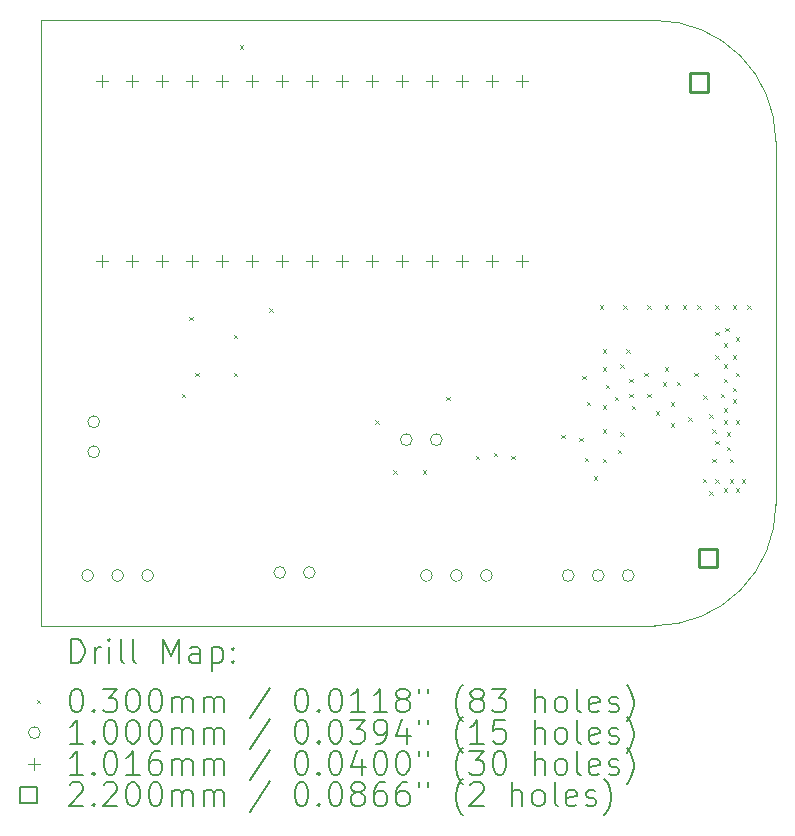
<source format=gbr>
%TF.GenerationSoftware,KiCad,Pcbnew,8.0.7*%
%TF.CreationDate,2024-12-28T15:10:21+03:00*%
%TF.ProjectId,SingleSwitch,53696e67-6c65-4537-9769-7463682e6b69,rev?*%
%TF.SameCoordinates,Original*%
%TF.FileFunction,Drillmap*%
%TF.FilePolarity,Positive*%
%FSLAX45Y45*%
G04 Gerber Fmt 4.5, Leading zero omitted, Abs format (unit mm)*
G04 Created by KiCad (PCBNEW 8.0.7) date 2024-12-28 15:10:21*
%MOMM*%
%LPD*%
G01*
G04 APERTURE LIST*
%ADD10C,0.050000*%
%ADD11C,0.200000*%
%ADD12C,0.100000*%
%ADD13C,0.101600*%
%ADD14C,0.220000*%
G04 APERTURE END LIST*
D10*
X18800000Y-10125000D02*
X18800000Y-7050000D01*
X12575000Y-11150000D02*
X12575000Y-6025000D01*
X17775000Y-11150000D02*
X12575000Y-11150000D01*
X18800000Y-10125000D02*
G75*
G02*
X17775000Y-11150000I-1025000J0D01*
G01*
X17775000Y-6025000D02*
X12575000Y-6025000D01*
X17775000Y-6025000D02*
G75*
G02*
X18800000Y-7050000I0J-1025000D01*
G01*
D11*
D12*
X13770000Y-9185000D02*
X13800000Y-9215000D01*
X13800000Y-9185000D02*
X13770000Y-9215000D01*
X13835000Y-8535000D02*
X13865000Y-8565000D01*
X13865000Y-8535000D02*
X13835000Y-8565000D01*
X13885000Y-9010000D02*
X13915000Y-9040000D01*
X13915000Y-9010000D02*
X13885000Y-9040000D01*
X14210000Y-8685000D02*
X14240000Y-8715000D01*
X14240000Y-8685000D02*
X14210000Y-8715000D01*
X14210000Y-9010000D02*
X14240000Y-9040000D01*
X14240000Y-9010000D02*
X14210000Y-9040000D01*
X14260000Y-6235000D02*
X14290000Y-6265000D01*
X14290000Y-6235000D02*
X14260000Y-6265000D01*
X14510000Y-8460000D02*
X14540000Y-8490000D01*
X14540000Y-8460000D02*
X14510000Y-8490000D01*
X15410000Y-9410000D02*
X15440000Y-9440000D01*
X15440000Y-9410000D02*
X15410000Y-9440000D01*
X15560000Y-9835000D02*
X15590000Y-9865000D01*
X15590000Y-9835000D02*
X15560000Y-9865000D01*
X15810000Y-9835000D02*
X15840000Y-9865000D01*
X15840000Y-9835000D02*
X15810000Y-9865000D01*
X16010000Y-9210000D02*
X16040000Y-9240000D01*
X16040000Y-9210000D02*
X16010000Y-9240000D01*
X16260000Y-9710000D02*
X16290000Y-9740000D01*
X16290000Y-9710000D02*
X16260000Y-9740000D01*
X16410000Y-9685000D02*
X16440000Y-9715000D01*
X16440000Y-9685000D02*
X16410000Y-9715000D01*
X16560000Y-9710000D02*
X16590000Y-9740000D01*
X16590000Y-9710000D02*
X16560000Y-9740000D01*
X16985000Y-9535000D02*
X17015000Y-9565000D01*
X17015000Y-9535000D02*
X16985000Y-9565000D01*
X17135000Y-9560000D02*
X17165000Y-9590000D01*
X17165000Y-9560000D02*
X17135000Y-9590000D01*
X17160000Y-9035000D02*
X17190000Y-9065000D01*
X17190000Y-9035000D02*
X17160000Y-9065000D01*
X17181538Y-9727948D02*
X17211538Y-9757948D01*
X17211538Y-9727948D02*
X17181538Y-9757948D01*
X17197500Y-9253750D02*
X17227500Y-9283750D01*
X17227500Y-9253750D02*
X17197500Y-9283750D01*
X17260000Y-9885000D02*
X17290000Y-9915000D01*
X17290000Y-9885000D02*
X17260000Y-9915000D01*
X17310000Y-8435000D02*
X17340000Y-8465000D01*
X17340000Y-8435000D02*
X17310000Y-8465000D01*
X17335000Y-8810000D02*
X17365000Y-8840000D01*
X17365000Y-8810000D02*
X17335000Y-8840000D01*
X17335000Y-9285000D02*
X17365000Y-9315000D01*
X17365000Y-9285000D02*
X17335000Y-9315000D01*
X17335000Y-9485000D02*
X17365000Y-9515000D01*
X17365000Y-9485000D02*
X17335000Y-9515000D01*
X17335000Y-9735000D02*
X17365000Y-9765000D01*
X17365000Y-9735000D02*
X17335000Y-9765000D01*
X17335895Y-8959754D02*
X17365895Y-8989754D01*
X17365895Y-8959754D02*
X17335895Y-8989754D01*
X17360000Y-9110000D02*
X17390000Y-9140000D01*
X17390000Y-9110000D02*
X17360000Y-9140000D01*
X17435000Y-9210000D02*
X17465000Y-9240000D01*
X17465000Y-9210000D02*
X17435000Y-9240000D01*
X17460000Y-9660000D02*
X17490000Y-9690000D01*
X17490000Y-9660000D02*
X17460000Y-9690000D01*
X17485000Y-8935000D02*
X17515000Y-8965000D01*
X17515000Y-8935000D02*
X17485000Y-8965000D01*
X17485000Y-9510000D02*
X17515000Y-9540000D01*
X17515000Y-9510000D02*
X17485000Y-9540000D01*
X17510000Y-8435000D02*
X17540000Y-8465000D01*
X17540000Y-8435000D02*
X17510000Y-8465000D01*
X17535000Y-8810000D02*
X17565000Y-8840000D01*
X17565000Y-8810000D02*
X17535000Y-8840000D01*
X17560000Y-9060000D02*
X17590000Y-9090000D01*
X17590000Y-9060000D02*
X17560000Y-9090000D01*
X17560000Y-9185000D02*
X17590000Y-9215000D01*
X17590000Y-9185000D02*
X17560000Y-9215000D01*
X17579994Y-9286416D02*
X17609994Y-9316416D01*
X17609994Y-9286416D02*
X17579994Y-9316416D01*
X17685000Y-9010000D02*
X17715000Y-9040000D01*
X17715000Y-9010000D02*
X17685000Y-9040000D01*
X17710000Y-8435000D02*
X17740000Y-8465000D01*
X17740000Y-8435000D02*
X17710000Y-8465000D01*
X17710000Y-9185000D02*
X17740000Y-9215000D01*
X17740000Y-9185000D02*
X17710000Y-9215000D01*
X17785000Y-9335000D02*
X17815000Y-9365000D01*
X17815000Y-9335000D02*
X17785000Y-9365000D01*
X17842042Y-9088983D02*
X17872042Y-9118983D01*
X17872042Y-9088983D02*
X17842042Y-9118983D01*
X17860000Y-8435000D02*
X17890000Y-8465000D01*
X17890000Y-8435000D02*
X17860000Y-8465000D01*
X17860000Y-8960000D02*
X17890000Y-8990000D01*
X17890000Y-8960000D02*
X17860000Y-8990000D01*
X17910000Y-9260000D02*
X17940000Y-9290000D01*
X17940000Y-9260000D02*
X17910000Y-9290000D01*
X17910000Y-9435000D02*
X17940000Y-9465000D01*
X17940000Y-9435000D02*
X17910000Y-9465000D01*
X17960000Y-9085000D02*
X17990000Y-9115000D01*
X17990000Y-9085000D02*
X17960000Y-9115000D01*
X18010000Y-8435000D02*
X18040000Y-8465000D01*
X18040000Y-8435000D02*
X18010000Y-8465000D01*
X18060000Y-9385000D02*
X18090000Y-9415000D01*
X18090000Y-9385000D02*
X18060000Y-9415000D01*
X18111269Y-9010010D02*
X18141269Y-9040010D01*
X18141269Y-9010010D02*
X18111269Y-9040010D01*
X18135000Y-8435000D02*
X18165000Y-8465000D01*
X18165000Y-8435000D02*
X18135000Y-8465000D01*
X18182561Y-9907607D02*
X18212561Y-9937607D01*
X18212561Y-9907607D02*
X18182561Y-9937607D01*
X18186652Y-9196674D02*
X18216652Y-9226674D01*
X18216652Y-9196674D02*
X18186652Y-9226674D01*
X18235000Y-9360000D02*
X18265000Y-9390000D01*
X18265000Y-9360000D02*
X18235000Y-9390000D01*
X18235000Y-10010000D02*
X18265000Y-10040000D01*
X18265000Y-10010000D02*
X18235000Y-10040000D01*
X18260000Y-9485000D02*
X18290000Y-9515000D01*
X18290000Y-9485000D02*
X18260000Y-9515000D01*
X18260000Y-9735000D02*
X18290000Y-9765000D01*
X18290000Y-9735000D02*
X18260000Y-9765000D01*
X18285000Y-8435000D02*
X18315000Y-8465000D01*
X18315000Y-8435000D02*
X18285000Y-8465000D01*
X18285000Y-8660000D02*
X18315000Y-8690000D01*
X18315000Y-8660000D02*
X18285000Y-8690000D01*
X18285000Y-8860000D02*
X18315000Y-8890000D01*
X18315000Y-8860000D02*
X18285000Y-8890000D01*
X18285000Y-9585000D02*
X18315000Y-9615000D01*
X18315000Y-9585000D02*
X18285000Y-9615000D01*
X18285000Y-9910000D02*
X18315000Y-9940000D01*
X18315000Y-9910000D02*
X18285000Y-9940000D01*
X18335000Y-9185000D02*
X18365000Y-9215000D01*
X18365000Y-9185000D02*
X18335000Y-9215000D01*
X18360000Y-8760000D02*
X18390000Y-8790000D01*
X18390000Y-8760000D02*
X18360000Y-8790000D01*
X18360000Y-8935000D02*
X18390000Y-8965000D01*
X18390000Y-8935000D02*
X18360000Y-8965000D01*
X18360000Y-9060000D02*
X18390000Y-9090000D01*
X18390000Y-9060000D02*
X18360000Y-9090000D01*
X18360000Y-9310000D02*
X18390000Y-9340000D01*
X18390000Y-9310000D02*
X18360000Y-9340000D01*
X18360000Y-9410000D02*
X18390000Y-9440000D01*
X18390000Y-9410000D02*
X18360000Y-9440000D01*
X18360000Y-9985000D02*
X18390000Y-10015000D01*
X18390000Y-9985000D02*
X18360000Y-10015000D01*
X18373316Y-8625913D02*
X18403316Y-8655913D01*
X18403316Y-8625913D02*
X18373316Y-8655913D01*
X18385000Y-9510000D02*
X18415000Y-9540000D01*
X18415000Y-9510000D02*
X18385000Y-9540000D01*
X18385000Y-9635000D02*
X18415000Y-9665000D01*
X18415000Y-9635000D02*
X18385000Y-9665000D01*
X18410000Y-9735000D02*
X18440000Y-9765000D01*
X18440000Y-9735000D02*
X18410000Y-9765000D01*
X18410000Y-9910000D02*
X18440000Y-9940000D01*
X18440000Y-9910000D02*
X18410000Y-9940000D01*
X18435000Y-8435000D02*
X18465000Y-8465000D01*
X18465000Y-8435000D02*
X18435000Y-8465000D01*
X18435000Y-8860000D02*
X18465000Y-8890000D01*
X18465000Y-8860000D02*
X18435000Y-8890000D01*
X18435000Y-9135000D02*
X18465000Y-9165000D01*
X18465000Y-9135000D02*
X18435000Y-9165000D01*
X18435000Y-9235000D02*
X18465000Y-9265000D01*
X18465000Y-9235000D02*
X18435000Y-9265000D01*
X18460000Y-8710000D02*
X18490000Y-8740000D01*
X18490000Y-8710000D02*
X18460000Y-8740000D01*
X18460000Y-9010000D02*
X18490000Y-9040000D01*
X18490000Y-9010000D02*
X18460000Y-9040000D01*
X18460000Y-9410000D02*
X18490000Y-9440000D01*
X18490000Y-9410000D02*
X18460000Y-9440000D01*
X18460000Y-9985000D02*
X18490000Y-10015000D01*
X18490000Y-9985000D02*
X18460000Y-10015000D01*
X18510000Y-9910000D02*
X18540000Y-9940000D01*
X18540000Y-9910000D02*
X18510000Y-9940000D01*
X18560000Y-8435000D02*
X18590000Y-8465000D01*
X18590000Y-8435000D02*
X18560000Y-8465000D01*
X13022500Y-10725000D02*
G75*
G02*
X12922500Y-10725000I-50000J0D01*
G01*
X12922500Y-10725000D02*
G75*
G02*
X13022500Y-10725000I50000J0D01*
G01*
X13075000Y-9423500D02*
G75*
G02*
X12975000Y-9423500I-50000J0D01*
G01*
X12975000Y-9423500D02*
G75*
G02*
X13075000Y-9423500I50000J0D01*
G01*
X13075000Y-9677500D02*
G75*
G02*
X12975000Y-9677500I-50000J0D01*
G01*
X12975000Y-9677500D02*
G75*
G02*
X13075000Y-9677500I50000J0D01*
G01*
X13276500Y-10725000D02*
G75*
G02*
X13176500Y-10725000I-50000J0D01*
G01*
X13176500Y-10725000D02*
G75*
G02*
X13276500Y-10725000I50000J0D01*
G01*
X13530500Y-10725000D02*
G75*
G02*
X13430500Y-10725000I-50000J0D01*
G01*
X13430500Y-10725000D02*
G75*
G02*
X13530500Y-10725000I50000J0D01*
G01*
X14650000Y-10700000D02*
G75*
G02*
X14550000Y-10700000I-50000J0D01*
G01*
X14550000Y-10700000D02*
G75*
G02*
X14650000Y-10700000I50000J0D01*
G01*
X14900000Y-10700000D02*
G75*
G02*
X14800000Y-10700000I-50000J0D01*
G01*
X14800000Y-10700000D02*
G75*
G02*
X14900000Y-10700000I50000J0D01*
G01*
X15721000Y-9575000D02*
G75*
G02*
X15621000Y-9575000I-50000J0D01*
G01*
X15621000Y-9575000D02*
G75*
G02*
X15721000Y-9575000I50000J0D01*
G01*
X15892000Y-10725000D02*
G75*
G02*
X15792000Y-10725000I-50000J0D01*
G01*
X15792000Y-10725000D02*
G75*
G02*
X15892000Y-10725000I50000J0D01*
G01*
X15975000Y-9575000D02*
G75*
G02*
X15875000Y-9575000I-50000J0D01*
G01*
X15875000Y-9575000D02*
G75*
G02*
X15975000Y-9575000I50000J0D01*
G01*
X16146000Y-10725000D02*
G75*
G02*
X16046000Y-10725000I-50000J0D01*
G01*
X16046000Y-10725000D02*
G75*
G02*
X16146000Y-10725000I50000J0D01*
G01*
X16400000Y-10725000D02*
G75*
G02*
X16300000Y-10725000I-50000J0D01*
G01*
X16300000Y-10725000D02*
G75*
G02*
X16400000Y-10725000I50000J0D01*
G01*
X17092000Y-10725000D02*
G75*
G02*
X16992000Y-10725000I-50000J0D01*
G01*
X16992000Y-10725000D02*
G75*
G02*
X17092000Y-10725000I50000J0D01*
G01*
X17346000Y-10725000D02*
G75*
G02*
X17246000Y-10725000I-50000J0D01*
G01*
X17246000Y-10725000D02*
G75*
G02*
X17346000Y-10725000I50000J0D01*
G01*
X17600000Y-10725000D02*
G75*
G02*
X17500000Y-10725000I-50000J0D01*
G01*
X17500000Y-10725000D02*
G75*
G02*
X17600000Y-10725000I50000J0D01*
G01*
D13*
X13097000Y-6487200D02*
X13097000Y-6588800D01*
X13046200Y-6538000D02*
X13147800Y-6538000D01*
X13097000Y-8011200D02*
X13097000Y-8112800D01*
X13046200Y-8062000D02*
X13147800Y-8062000D01*
X13351000Y-6487200D02*
X13351000Y-6588800D01*
X13300200Y-6538000D02*
X13401800Y-6538000D01*
X13351000Y-8011200D02*
X13351000Y-8112800D01*
X13300200Y-8062000D02*
X13401800Y-8062000D01*
X13605000Y-6487200D02*
X13605000Y-6588800D01*
X13554200Y-6538000D02*
X13655800Y-6538000D01*
X13605000Y-8011200D02*
X13605000Y-8112800D01*
X13554200Y-8062000D02*
X13655800Y-8062000D01*
X13859000Y-6487200D02*
X13859000Y-6588800D01*
X13808200Y-6538000D02*
X13909800Y-6538000D01*
X13859000Y-8011200D02*
X13859000Y-8112800D01*
X13808200Y-8062000D02*
X13909800Y-8062000D01*
X14113000Y-6487200D02*
X14113000Y-6588800D01*
X14062200Y-6538000D02*
X14163800Y-6538000D01*
X14113000Y-8011200D02*
X14113000Y-8112800D01*
X14062200Y-8062000D02*
X14163800Y-8062000D01*
X14367000Y-6487200D02*
X14367000Y-6588800D01*
X14316200Y-6538000D02*
X14417800Y-6538000D01*
X14367000Y-8011200D02*
X14367000Y-8112800D01*
X14316200Y-8062000D02*
X14417800Y-8062000D01*
X14621000Y-6487200D02*
X14621000Y-6588800D01*
X14570200Y-6538000D02*
X14671800Y-6538000D01*
X14621000Y-8011200D02*
X14621000Y-8112800D01*
X14570200Y-8062000D02*
X14671800Y-8062000D01*
X14875000Y-6487200D02*
X14875000Y-6588800D01*
X14824200Y-6538000D02*
X14925800Y-6538000D01*
X14875000Y-8011200D02*
X14875000Y-8112800D01*
X14824200Y-8062000D02*
X14925800Y-8062000D01*
X15129000Y-6487200D02*
X15129000Y-6588800D01*
X15078200Y-6538000D02*
X15179800Y-6538000D01*
X15129000Y-8011200D02*
X15129000Y-8112800D01*
X15078200Y-8062000D02*
X15179800Y-8062000D01*
X15383000Y-6487200D02*
X15383000Y-6588800D01*
X15332200Y-6538000D02*
X15433800Y-6538000D01*
X15383000Y-8011200D02*
X15383000Y-8112800D01*
X15332200Y-8062000D02*
X15433800Y-8062000D01*
X15637000Y-6487200D02*
X15637000Y-6588800D01*
X15586200Y-6538000D02*
X15687800Y-6538000D01*
X15637000Y-8011200D02*
X15637000Y-8112800D01*
X15586200Y-8062000D02*
X15687800Y-8062000D01*
X15891000Y-6487200D02*
X15891000Y-6588800D01*
X15840200Y-6538000D02*
X15941800Y-6538000D01*
X15891000Y-8011200D02*
X15891000Y-8112800D01*
X15840200Y-8062000D02*
X15941800Y-8062000D01*
X16145000Y-6487200D02*
X16145000Y-6588800D01*
X16094200Y-6538000D02*
X16195800Y-6538000D01*
X16145000Y-8011200D02*
X16145000Y-8112800D01*
X16094200Y-8062000D02*
X16195800Y-8062000D01*
X16399000Y-6487200D02*
X16399000Y-6588800D01*
X16348200Y-6538000D02*
X16449800Y-6538000D01*
X16399000Y-8011200D02*
X16399000Y-8112800D01*
X16348200Y-8062000D02*
X16449800Y-8062000D01*
X16653000Y-6487200D02*
X16653000Y-6588800D01*
X16602200Y-6538000D02*
X16703800Y-6538000D01*
X16653000Y-8011200D02*
X16653000Y-8112800D01*
X16602200Y-8062000D02*
X16703800Y-8062000D01*
D14*
X18227783Y-6627782D02*
X18227783Y-6472217D01*
X18072218Y-6472217D01*
X18072218Y-6627782D01*
X18227783Y-6627782D01*
X18302783Y-10652783D02*
X18302783Y-10497218D01*
X18147218Y-10497218D01*
X18147218Y-10652783D01*
X18302783Y-10652783D01*
D11*
X12833277Y-11463984D02*
X12833277Y-11263984D01*
X12833277Y-11263984D02*
X12880896Y-11263984D01*
X12880896Y-11263984D02*
X12909467Y-11273508D01*
X12909467Y-11273508D02*
X12928515Y-11292555D01*
X12928515Y-11292555D02*
X12938039Y-11311603D01*
X12938039Y-11311603D02*
X12947562Y-11349698D01*
X12947562Y-11349698D02*
X12947562Y-11378269D01*
X12947562Y-11378269D02*
X12938039Y-11416365D01*
X12938039Y-11416365D02*
X12928515Y-11435412D01*
X12928515Y-11435412D02*
X12909467Y-11454460D01*
X12909467Y-11454460D02*
X12880896Y-11463984D01*
X12880896Y-11463984D02*
X12833277Y-11463984D01*
X13033277Y-11463984D02*
X13033277Y-11330650D01*
X13033277Y-11368746D02*
X13042801Y-11349698D01*
X13042801Y-11349698D02*
X13052324Y-11340174D01*
X13052324Y-11340174D02*
X13071372Y-11330650D01*
X13071372Y-11330650D02*
X13090420Y-11330650D01*
X13157086Y-11463984D02*
X13157086Y-11330650D01*
X13157086Y-11263984D02*
X13147562Y-11273508D01*
X13147562Y-11273508D02*
X13157086Y-11283031D01*
X13157086Y-11283031D02*
X13166610Y-11273508D01*
X13166610Y-11273508D02*
X13157086Y-11263984D01*
X13157086Y-11263984D02*
X13157086Y-11283031D01*
X13280896Y-11463984D02*
X13261848Y-11454460D01*
X13261848Y-11454460D02*
X13252324Y-11435412D01*
X13252324Y-11435412D02*
X13252324Y-11263984D01*
X13385658Y-11463984D02*
X13366610Y-11454460D01*
X13366610Y-11454460D02*
X13357086Y-11435412D01*
X13357086Y-11435412D02*
X13357086Y-11263984D01*
X13614229Y-11463984D02*
X13614229Y-11263984D01*
X13614229Y-11263984D02*
X13680896Y-11406841D01*
X13680896Y-11406841D02*
X13747562Y-11263984D01*
X13747562Y-11263984D02*
X13747562Y-11463984D01*
X13928515Y-11463984D02*
X13928515Y-11359222D01*
X13928515Y-11359222D02*
X13918991Y-11340174D01*
X13918991Y-11340174D02*
X13899943Y-11330650D01*
X13899943Y-11330650D02*
X13861848Y-11330650D01*
X13861848Y-11330650D02*
X13842801Y-11340174D01*
X13928515Y-11454460D02*
X13909467Y-11463984D01*
X13909467Y-11463984D02*
X13861848Y-11463984D01*
X13861848Y-11463984D02*
X13842801Y-11454460D01*
X13842801Y-11454460D02*
X13833277Y-11435412D01*
X13833277Y-11435412D02*
X13833277Y-11416365D01*
X13833277Y-11416365D02*
X13842801Y-11397317D01*
X13842801Y-11397317D02*
X13861848Y-11387793D01*
X13861848Y-11387793D02*
X13909467Y-11387793D01*
X13909467Y-11387793D02*
X13928515Y-11378269D01*
X14023753Y-11330650D02*
X14023753Y-11530650D01*
X14023753Y-11340174D02*
X14042801Y-11330650D01*
X14042801Y-11330650D02*
X14080896Y-11330650D01*
X14080896Y-11330650D02*
X14099943Y-11340174D01*
X14099943Y-11340174D02*
X14109467Y-11349698D01*
X14109467Y-11349698D02*
X14118991Y-11368746D01*
X14118991Y-11368746D02*
X14118991Y-11425888D01*
X14118991Y-11425888D02*
X14109467Y-11444936D01*
X14109467Y-11444936D02*
X14099943Y-11454460D01*
X14099943Y-11454460D02*
X14080896Y-11463984D01*
X14080896Y-11463984D02*
X14042801Y-11463984D01*
X14042801Y-11463984D02*
X14023753Y-11454460D01*
X14204705Y-11444936D02*
X14214229Y-11454460D01*
X14214229Y-11454460D02*
X14204705Y-11463984D01*
X14204705Y-11463984D02*
X14195182Y-11454460D01*
X14195182Y-11454460D02*
X14204705Y-11444936D01*
X14204705Y-11444936D02*
X14204705Y-11463984D01*
X14204705Y-11340174D02*
X14214229Y-11349698D01*
X14214229Y-11349698D02*
X14204705Y-11359222D01*
X14204705Y-11359222D02*
X14195182Y-11349698D01*
X14195182Y-11349698D02*
X14204705Y-11340174D01*
X14204705Y-11340174D02*
X14204705Y-11359222D01*
D12*
X12542500Y-11777500D02*
X12572500Y-11807500D01*
X12572500Y-11777500D02*
X12542500Y-11807500D01*
D11*
X12871372Y-11683984D02*
X12890420Y-11683984D01*
X12890420Y-11683984D02*
X12909467Y-11693508D01*
X12909467Y-11693508D02*
X12918991Y-11703031D01*
X12918991Y-11703031D02*
X12928515Y-11722079D01*
X12928515Y-11722079D02*
X12938039Y-11760174D01*
X12938039Y-11760174D02*
X12938039Y-11807793D01*
X12938039Y-11807793D02*
X12928515Y-11845888D01*
X12928515Y-11845888D02*
X12918991Y-11864936D01*
X12918991Y-11864936D02*
X12909467Y-11874460D01*
X12909467Y-11874460D02*
X12890420Y-11883984D01*
X12890420Y-11883984D02*
X12871372Y-11883984D01*
X12871372Y-11883984D02*
X12852324Y-11874460D01*
X12852324Y-11874460D02*
X12842801Y-11864936D01*
X12842801Y-11864936D02*
X12833277Y-11845888D01*
X12833277Y-11845888D02*
X12823753Y-11807793D01*
X12823753Y-11807793D02*
X12823753Y-11760174D01*
X12823753Y-11760174D02*
X12833277Y-11722079D01*
X12833277Y-11722079D02*
X12842801Y-11703031D01*
X12842801Y-11703031D02*
X12852324Y-11693508D01*
X12852324Y-11693508D02*
X12871372Y-11683984D01*
X13023753Y-11864936D02*
X13033277Y-11874460D01*
X13033277Y-11874460D02*
X13023753Y-11883984D01*
X13023753Y-11883984D02*
X13014229Y-11874460D01*
X13014229Y-11874460D02*
X13023753Y-11864936D01*
X13023753Y-11864936D02*
X13023753Y-11883984D01*
X13099943Y-11683984D02*
X13223753Y-11683984D01*
X13223753Y-11683984D02*
X13157086Y-11760174D01*
X13157086Y-11760174D02*
X13185658Y-11760174D01*
X13185658Y-11760174D02*
X13204705Y-11769698D01*
X13204705Y-11769698D02*
X13214229Y-11779222D01*
X13214229Y-11779222D02*
X13223753Y-11798269D01*
X13223753Y-11798269D02*
X13223753Y-11845888D01*
X13223753Y-11845888D02*
X13214229Y-11864936D01*
X13214229Y-11864936D02*
X13204705Y-11874460D01*
X13204705Y-11874460D02*
X13185658Y-11883984D01*
X13185658Y-11883984D02*
X13128515Y-11883984D01*
X13128515Y-11883984D02*
X13109467Y-11874460D01*
X13109467Y-11874460D02*
X13099943Y-11864936D01*
X13347562Y-11683984D02*
X13366610Y-11683984D01*
X13366610Y-11683984D02*
X13385658Y-11693508D01*
X13385658Y-11693508D02*
X13395182Y-11703031D01*
X13395182Y-11703031D02*
X13404705Y-11722079D01*
X13404705Y-11722079D02*
X13414229Y-11760174D01*
X13414229Y-11760174D02*
X13414229Y-11807793D01*
X13414229Y-11807793D02*
X13404705Y-11845888D01*
X13404705Y-11845888D02*
X13395182Y-11864936D01*
X13395182Y-11864936D02*
X13385658Y-11874460D01*
X13385658Y-11874460D02*
X13366610Y-11883984D01*
X13366610Y-11883984D02*
X13347562Y-11883984D01*
X13347562Y-11883984D02*
X13328515Y-11874460D01*
X13328515Y-11874460D02*
X13318991Y-11864936D01*
X13318991Y-11864936D02*
X13309467Y-11845888D01*
X13309467Y-11845888D02*
X13299943Y-11807793D01*
X13299943Y-11807793D02*
X13299943Y-11760174D01*
X13299943Y-11760174D02*
X13309467Y-11722079D01*
X13309467Y-11722079D02*
X13318991Y-11703031D01*
X13318991Y-11703031D02*
X13328515Y-11693508D01*
X13328515Y-11693508D02*
X13347562Y-11683984D01*
X13538039Y-11683984D02*
X13557086Y-11683984D01*
X13557086Y-11683984D02*
X13576134Y-11693508D01*
X13576134Y-11693508D02*
X13585658Y-11703031D01*
X13585658Y-11703031D02*
X13595182Y-11722079D01*
X13595182Y-11722079D02*
X13604705Y-11760174D01*
X13604705Y-11760174D02*
X13604705Y-11807793D01*
X13604705Y-11807793D02*
X13595182Y-11845888D01*
X13595182Y-11845888D02*
X13585658Y-11864936D01*
X13585658Y-11864936D02*
X13576134Y-11874460D01*
X13576134Y-11874460D02*
X13557086Y-11883984D01*
X13557086Y-11883984D02*
X13538039Y-11883984D01*
X13538039Y-11883984D02*
X13518991Y-11874460D01*
X13518991Y-11874460D02*
X13509467Y-11864936D01*
X13509467Y-11864936D02*
X13499943Y-11845888D01*
X13499943Y-11845888D02*
X13490420Y-11807793D01*
X13490420Y-11807793D02*
X13490420Y-11760174D01*
X13490420Y-11760174D02*
X13499943Y-11722079D01*
X13499943Y-11722079D02*
X13509467Y-11703031D01*
X13509467Y-11703031D02*
X13518991Y-11693508D01*
X13518991Y-11693508D02*
X13538039Y-11683984D01*
X13690420Y-11883984D02*
X13690420Y-11750650D01*
X13690420Y-11769698D02*
X13699943Y-11760174D01*
X13699943Y-11760174D02*
X13718991Y-11750650D01*
X13718991Y-11750650D02*
X13747563Y-11750650D01*
X13747563Y-11750650D02*
X13766610Y-11760174D01*
X13766610Y-11760174D02*
X13776134Y-11779222D01*
X13776134Y-11779222D02*
X13776134Y-11883984D01*
X13776134Y-11779222D02*
X13785658Y-11760174D01*
X13785658Y-11760174D02*
X13804705Y-11750650D01*
X13804705Y-11750650D02*
X13833277Y-11750650D01*
X13833277Y-11750650D02*
X13852324Y-11760174D01*
X13852324Y-11760174D02*
X13861848Y-11779222D01*
X13861848Y-11779222D02*
X13861848Y-11883984D01*
X13957086Y-11883984D02*
X13957086Y-11750650D01*
X13957086Y-11769698D02*
X13966610Y-11760174D01*
X13966610Y-11760174D02*
X13985658Y-11750650D01*
X13985658Y-11750650D02*
X14014229Y-11750650D01*
X14014229Y-11750650D02*
X14033277Y-11760174D01*
X14033277Y-11760174D02*
X14042801Y-11779222D01*
X14042801Y-11779222D02*
X14042801Y-11883984D01*
X14042801Y-11779222D02*
X14052324Y-11760174D01*
X14052324Y-11760174D02*
X14071372Y-11750650D01*
X14071372Y-11750650D02*
X14099943Y-11750650D01*
X14099943Y-11750650D02*
X14118991Y-11760174D01*
X14118991Y-11760174D02*
X14128515Y-11779222D01*
X14128515Y-11779222D02*
X14128515Y-11883984D01*
X14518991Y-11674460D02*
X14347563Y-11931603D01*
X14776134Y-11683984D02*
X14795182Y-11683984D01*
X14795182Y-11683984D02*
X14814229Y-11693508D01*
X14814229Y-11693508D02*
X14823753Y-11703031D01*
X14823753Y-11703031D02*
X14833277Y-11722079D01*
X14833277Y-11722079D02*
X14842801Y-11760174D01*
X14842801Y-11760174D02*
X14842801Y-11807793D01*
X14842801Y-11807793D02*
X14833277Y-11845888D01*
X14833277Y-11845888D02*
X14823753Y-11864936D01*
X14823753Y-11864936D02*
X14814229Y-11874460D01*
X14814229Y-11874460D02*
X14795182Y-11883984D01*
X14795182Y-11883984D02*
X14776134Y-11883984D01*
X14776134Y-11883984D02*
X14757086Y-11874460D01*
X14757086Y-11874460D02*
X14747563Y-11864936D01*
X14747563Y-11864936D02*
X14738039Y-11845888D01*
X14738039Y-11845888D02*
X14728515Y-11807793D01*
X14728515Y-11807793D02*
X14728515Y-11760174D01*
X14728515Y-11760174D02*
X14738039Y-11722079D01*
X14738039Y-11722079D02*
X14747563Y-11703031D01*
X14747563Y-11703031D02*
X14757086Y-11693508D01*
X14757086Y-11693508D02*
X14776134Y-11683984D01*
X14928515Y-11864936D02*
X14938039Y-11874460D01*
X14938039Y-11874460D02*
X14928515Y-11883984D01*
X14928515Y-11883984D02*
X14918991Y-11874460D01*
X14918991Y-11874460D02*
X14928515Y-11864936D01*
X14928515Y-11864936D02*
X14928515Y-11883984D01*
X15061848Y-11683984D02*
X15080896Y-11683984D01*
X15080896Y-11683984D02*
X15099944Y-11693508D01*
X15099944Y-11693508D02*
X15109467Y-11703031D01*
X15109467Y-11703031D02*
X15118991Y-11722079D01*
X15118991Y-11722079D02*
X15128515Y-11760174D01*
X15128515Y-11760174D02*
X15128515Y-11807793D01*
X15128515Y-11807793D02*
X15118991Y-11845888D01*
X15118991Y-11845888D02*
X15109467Y-11864936D01*
X15109467Y-11864936D02*
X15099944Y-11874460D01*
X15099944Y-11874460D02*
X15080896Y-11883984D01*
X15080896Y-11883984D02*
X15061848Y-11883984D01*
X15061848Y-11883984D02*
X15042801Y-11874460D01*
X15042801Y-11874460D02*
X15033277Y-11864936D01*
X15033277Y-11864936D02*
X15023753Y-11845888D01*
X15023753Y-11845888D02*
X15014229Y-11807793D01*
X15014229Y-11807793D02*
X15014229Y-11760174D01*
X15014229Y-11760174D02*
X15023753Y-11722079D01*
X15023753Y-11722079D02*
X15033277Y-11703031D01*
X15033277Y-11703031D02*
X15042801Y-11693508D01*
X15042801Y-11693508D02*
X15061848Y-11683984D01*
X15318991Y-11883984D02*
X15204706Y-11883984D01*
X15261848Y-11883984D02*
X15261848Y-11683984D01*
X15261848Y-11683984D02*
X15242801Y-11712555D01*
X15242801Y-11712555D02*
X15223753Y-11731603D01*
X15223753Y-11731603D02*
X15204706Y-11741127D01*
X15509467Y-11883984D02*
X15395182Y-11883984D01*
X15452325Y-11883984D02*
X15452325Y-11683984D01*
X15452325Y-11683984D02*
X15433277Y-11712555D01*
X15433277Y-11712555D02*
X15414229Y-11731603D01*
X15414229Y-11731603D02*
X15395182Y-11741127D01*
X15623753Y-11769698D02*
X15604706Y-11760174D01*
X15604706Y-11760174D02*
X15595182Y-11750650D01*
X15595182Y-11750650D02*
X15585658Y-11731603D01*
X15585658Y-11731603D02*
X15585658Y-11722079D01*
X15585658Y-11722079D02*
X15595182Y-11703031D01*
X15595182Y-11703031D02*
X15604706Y-11693508D01*
X15604706Y-11693508D02*
X15623753Y-11683984D01*
X15623753Y-11683984D02*
X15661848Y-11683984D01*
X15661848Y-11683984D02*
X15680896Y-11693508D01*
X15680896Y-11693508D02*
X15690420Y-11703031D01*
X15690420Y-11703031D02*
X15699944Y-11722079D01*
X15699944Y-11722079D02*
X15699944Y-11731603D01*
X15699944Y-11731603D02*
X15690420Y-11750650D01*
X15690420Y-11750650D02*
X15680896Y-11760174D01*
X15680896Y-11760174D02*
X15661848Y-11769698D01*
X15661848Y-11769698D02*
X15623753Y-11769698D01*
X15623753Y-11769698D02*
X15604706Y-11779222D01*
X15604706Y-11779222D02*
X15595182Y-11788746D01*
X15595182Y-11788746D02*
X15585658Y-11807793D01*
X15585658Y-11807793D02*
X15585658Y-11845888D01*
X15585658Y-11845888D02*
X15595182Y-11864936D01*
X15595182Y-11864936D02*
X15604706Y-11874460D01*
X15604706Y-11874460D02*
X15623753Y-11883984D01*
X15623753Y-11883984D02*
X15661848Y-11883984D01*
X15661848Y-11883984D02*
X15680896Y-11874460D01*
X15680896Y-11874460D02*
X15690420Y-11864936D01*
X15690420Y-11864936D02*
X15699944Y-11845888D01*
X15699944Y-11845888D02*
X15699944Y-11807793D01*
X15699944Y-11807793D02*
X15690420Y-11788746D01*
X15690420Y-11788746D02*
X15680896Y-11779222D01*
X15680896Y-11779222D02*
X15661848Y-11769698D01*
X15776134Y-11683984D02*
X15776134Y-11722079D01*
X15852325Y-11683984D02*
X15852325Y-11722079D01*
X16147563Y-11960174D02*
X16138039Y-11950650D01*
X16138039Y-11950650D02*
X16118991Y-11922079D01*
X16118991Y-11922079D02*
X16109468Y-11903031D01*
X16109468Y-11903031D02*
X16099944Y-11874460D01*
X16099944Y-11874460D02*
X16090420Y-11826841D01*
X16090420Y-11826841D02*
X16090420Y-11788746D01*
X16090420Y-11788746D02*
X16099944Y-11741127D01*
X16099944Y-11741127D02*
X16109468Y-11712555D01*
X16109468Y-11712555D02*
X16118991Y-11693508D01*
X16118991Y-11693508D02*
X16138039Y-11664936D01*
X16138039Y-11664936D02*
X16147563Y-11655412D01*
X16252325Y-11769698D02*
X16233277Y-11760174D01*
X16233277Y-11760174D02*
X16223753Y-11750650D01*
X16223753Y-11750650D02*
X16214229Y-11731603D01*
X16214229Y-11731603D02*
X16214229Y-11722079D01*
X16214229Y-11722079D02*
X16223753Y-11703031D01*
X16223753Y-11703031D02*
X16233277Y-11693508D01*
X16233277Y-11693508D02*
X16252325Y-11683984D01*
X16252325Y-11683984D02*
X16290420Y-11683984D01*
X16290420Y-11683984D02*
X16309468Y-11693508D01*
X16309468Y-11693508D02*
X16318991Y-11703031D01*
X16318991Y-11703031D02*
X16328515Y-11722079D01*
X16328515Y-11722079D02*
X16328515Y-11731603D01*
X16328515Y-11731603D02*
X16318991Y-11750650D01*
X16318991Y-11750650D02*
X16309468Y-11760174D01*
X16309468Y-11760174D02*
X16290420Y-11769698D01*
X16290420Y-11769698D02*
X16252325Y-11769698D01*
X16252325Y-11769698D02*
X16233277Y-11779222D01*
X16233277Y-11779222D02*
X16223753Y-11788746D01*
X16223753Y-11788746D02*
X16214229Y-11807793D01*
X16214229Y-11807793D02*
X16214229Y-11845888D01*
X16214229Y-11845888D02*
X16223753Y-11864936D01*
X16223753Y-11864936D02*
X16233277Y-11874460D01*
X16233277Y-11874460D02*
X16252325Y-11883984D01*
X16252325Y-11883984D02*
X16290420Y-11883984D01*
X16290420Y-11883984D02*
X16309468Y-11874460D01*
X16309468Y-11874460D02*
X16318991Y-11864936D01*
X16318991Y-11864936D02*
X16328515Y-11845888D01*
X16328515Y-11845888D02*
X16328515Y-11807793D01*
X16328515Y-11807793D02*
X16318991Y-11788746D01*
X16318991Y-11788746D02*
X16309468Y-11779222D01*
X16309468Y-11779222D02*
X16290420Y-11769698D01*
X16395182Y-11683984D02*
X16518991Y-11683984D01*
X16518991Y-11683984D02*
X16452325Y-11760174D01*
X16452325Y-11760174D02*
X16480896Y-11760174D01*
X16480896Y-11760174D02*
X16499944Y-11769698D01*
X16499944Y-11769698D02*
X16509468Y-11779222D01*
X16509468Y-11779222D02*
X16518991Y-11798269D01*
X16518991Y-11798269D02*
X16518991Y-11845888D01*
X16518991Y-11845888D02*
X16509468Y-11864936D01*
X16509468Y-11864936D02*
X16499944Y-11874460D01*
X16499944Y-11874460D02*
X16480896Y-11883984D01*
X16480896Y-11883984D02*
X16423753Y-11883984D01*
X16423753Y-11883984D02*
X16404706Y-11874460D01*
X16404706Y-11874460D02*
X16395182Y-11864936D01*
X16757087Y-11883984D02*
X16757087Y-11683984D01*
X16842801Y-11883984D02*
X16842801Y-11779222D01*
X16842801Y-11779222D02*
X16833277Y-11760174D01*
X16833277Y-11760174D02*
X16814230Y-11750650D01*
X16814230Y-11750650D02*
X16785658Y-11750650D01*
X16785658Y-11750650D02*
X16766610Y-11760174D01*
X16766610Y-11760174D02*
X16757087Y-11769698D01*
X16966611Y-11883984D02*
X16947563Y-11874460D01*
X16947563Y-11874460D02*
X16938039Y-11864936D01*
X16938039Y-11864936D02*
X16928515Y-11845888D01*
X16928515Y-11845888D02*
X16928515Y-11788746D01*
X16928515Y-11788746D02*
X16938039Y-11769698D01*
X16938039Y-11769698D02*
X16947563Y-11760174D01*
X16947563Y-11760174D02*
X16966611Y-11750650D01*
X16966611Y-11750650D02*
X16995182Y-11750650D01*
X16995182Y-11750650D02*
X17014230Y-11760174D01*
X17014230Y-11760174D02*
X17023753Y-11769698D01*
X17023753Y-11769698D02*
X17033277Y-11788746D01*
X17033277Y-11788746D02*
X17033277Y-11845888D01*
X17033277Y-11845888D02*
X17023753Y-11864936D01*
X17023753Y-11864936D02*
X17014230Y-11874460D01*
X17014230Y-11874460D02*
X16995182Y-11883984D01*
X16995182Y-11883984D02*
X16966611Y-11883984D01*
X17147563Y-11883984D02*
X17128515Y-11874460D01*
X17128515Y-11874460D02*
X17118992Y-11855412D01*
X17118992Y-11855412D02*
X17118992Y-11683984D01*
X17299944Y-11874460D02*
X17280896Y-11883984D01*
X17280896Y-11883984D02*
X17242801Y-11883984D01*
X17242801Y-11883984D02*
X17223753Y-11874460D01*
X17223753Y-11874460D02*
X17214230Y-11855412D01*
X17214230Y-11855412D02*
X17214230Y-11779222D01*
X17214230Y-11779222D02*
X17223753Y-11760174D01*
X17223753Y-11760174D02*
X17242801Y-11750650D01*
X17242801Y-11750650D02*
X17280896Y-11750650D01*
X17280896Y-11750650D02*
X17299944Y-11760174D01*
X17299944Y-11760174D02*
X17309468Y-11779222D01*
X17309468Y-11779222D02*
X17309468Y-11798269D01*
X17309468Y-11798269D02*
X17214230Y-11817317D01*
X17385658Y-11874460D02*
X17404706Y-11883984D01*
X17404706Y-11883984D02*
X17442801Y-11883984D01*
X17442801Y-11883984D02*
X17461849Y-11874460D01*
X17461849Y-11874460D02*
X17471373Y-11855412D01*
X17471373Y-11855412D02*
X17471373Y-11845888D01*
X17471373Y-11845888D02*
X17461849Y-11826841D01*
X17461849Y-11826841D02*
X17442801Y-11817317D01*
X17442801Y-11817317D02*
X17414230Y-11817317D01*
X17414230Y-11817317D02*
X17395182Y-11807793D01*
X17395182Y-11807793D02*
X17385658Y-11788746D01*
X17385658Y-11788746D02*
X17385658Y-11779222D01*
X17385658Y-11779222D02*
X17395182Y-11760174D01*
X17395182Y-11760174D02*
X17414230Y-11750650D01*
X17414230Y-11750650D02*
X17442801Y-11750650D01*
X17442801Y-11750650D02*
X17461849Y-11760174D01*
X17538039Y-11960174D02*
X17547563Y-11950650D01*
X17547563Y-11950650D02*
X17566611Y-11922079D01*
X17566611Y-11922079D02*
X17576134Y-11903031D01*
X17576134Y-11903031D02*
X17585658Y-11874460D01*
X17585658Y-11874460D02*
X17595182Y-11826841D01*
X17595182Y-11826841D02*
X17595182Y-11788746D01*
X17595182Y-11788746D02*
X17585658Y-11741127D01*
X17585658Y-11741127D02*
X17576134Y-11712555D01*
X17576134Y-11712555D02*
X17566611Y-11693508D01*
X17566611Y-11693508D02*
X17547563Y-11664936D01*
X17547563Y-11664936D02*
X17538039Y-11655412D01*
D12*
X12572500Y-12056500D02*
G75*
G02*
X12472500Y-12056500I-50000J0D01*
G01*
X12472500Y-12056500D02*
G75*
G02*
X12572500Y-12056500I50000J0D01*
G01*
D11*
X12938039Y-12147984D02*
X12823753Y-12147984D01*
X12880896Y-12147984D02*
X12880896Y-11947984D01*
X12880896Y-11947984D02*
X12861848Y-11976555D01*
X12861848Y-11976555D02*
X12842801Y-11995603D01*
X12842801Y-11995603D02*
X12823753Y-12005127D01*
X13023753Y-12128936D02*
X13033277Y-12138460D01*
X13033277Y-12138460D02*
X13023753Y-12147984D01*
X13023753Y-12147984D02*
X13014229Y-12138460D01*
X13014229Y-12138460D02*
X13023753Y-12128936D01*
X13023753Y-12128936D02*
X13023753Y-12147984D01*
X13157086Y-11947984D02*
X13176134Y-11947984D01*
X13176134Y-11947984D02*
X13195182Y-11957508D01*
X13195182Y-11957508D02*
X13204705Y-11967031D01*
X13204705Y-11967031D02*
X13214229Y-11986079D01*
X13214229Y-11986079D02*
X13223753Y-12024174D01*
X13223753Y-12024174D02*
X13223753Y-12071793D01*
X13223753Y-12071793D02*
X13214229Y-12109888D01*
X13214229Y-12109888D02*
X13204705Y-12128936D01*
X13204705Y-12128936D02*
X13195182Y-12138460D01*
X13195182Y-12138460D02*
X13176134Y-12147984D01*
X13176134Y-12147984D02*
X13157086Y-12147984D01*
X13157086Y-12147984D02*
X13138039Y-12138460D01*
X13138039Y-12138460D02*
X13128515Y-12128936D01*
X13128515Y-12128936D02*
X13118991Y-12109888D01*
X13118991Y-12109888D02*
X13109467Y-12071793D01*
X13109467Y-12071793D02*
X13109467Y-12024174D01*
X13109467Y-12024174D02*
X13118991Y-11986079D01*
X13118991Y-11986079D02*
X13128515Y-11967031D01*
X13128515Y-11967031D02*
X13138039Y-11957508D01*
X13138039Y-11957508D02*
X13157086Y-11947984D01*
X13347562Y-11947984D02*
X13366610Y-11947984D01*
X13366610Y-11947984D02*
X13385658Y-11957508D01*
X13385658Y-11957508D02*
X13395182Y-11967031D01*
X13395182Y-11967031D02*
X13404705Y-11986079D01*
X13404705Y-11986079D02*
X13414229Y-12024174D01*
X13414229Y-12024174D02*
X13414229Y-12071793D01*
X13414229Y-12071793D02*
X13404705Y-12109888D01*
X13404705Y-12109888D02*
X13395182Y-12128936D01*
X13395182Y-12128936D02*
X13385658Y-12138460D01*
X13385658Y-12138460D02*
X13366610Y-12147984D01*
X13366610Y-12147984D02*
X13347562Y-12147984D01*
X13347562Y-12147984D02*
X13328515Y-12138460D01*
X13328515Y-12138460D02*
X13318991Y-12128936D01*
X13318991Y-12128936D02*
X13309467Y-12109888D01*
X13309467Y-12109888D02*
X13299943Y-12071793D01*
X13299943Y-12071793D02*
X13299943Y-12024174D01*
X13299943Y-12024174D02*
X13309467Y-11986079D01*
X13309467Y-11986079D02*
X13318991Y-11967031D01*
X13318991Y-11967031D02*
X13328515Y-11957508D01*
X13328515Y-11957508D02*
X13347562Y-11947984D01*
X13538039Y-11947984D02*
X13557086Y-11947984D01*
X13557086Y-11947984D02*
X13576134Y-11957508D01*
X13576134Y-11957508D02*
X13585658Y-11967031D01*
X13585658Y-11967031D02*
X13595182Y-11986079D01*
X13595182Y-11986079D02*
X13604705Y-12024174D01*
X13604705Y-12024174D02*
X13604705Y-12071793D01*
X13604705Y-12071793D02*
X13595182Y-12109888D01*
X13595182Y-12109888D02*
X13585658Y-12128936D01*
X13585658Y-12128936D02*
X13576134Y-12138460D01*
X13576134Y-12138460D02*
X13557086Y-12147984D01*
X13557086Y-12147984D02*
X13538039Y-12147984D01*
X13538039Y-12147984D02*
X13518991Y-12138460D01*
X13518991Y-12138460D02*
X13509467Y-12128936D01*
X13509467Y-12128936D02*
X13499943Y-12109888D01*
X13499943Y-12109888D02*
X13490420Y-12071793D01*
X13490420Y-12071793D02*
X13490420Y-12024174D01*
X13490420Y-12024174D02*
X13499943Y-11986079D01*
X13499943Y-11986079D02*
X13509467Y-11967031D01*
X13509467Y-11967031D02*
X13518991Y-11957508D01*
X13518991Y-11957508D02*
X13538039Y-11947984D01*
X13690420Y-12147984D02*
X13690420Y-12014650D01*
X13690420Y-12033698D02*
X13699943Y-12024174D01*
X13699943Y-12024174D02*
X13718991Y-12014650D01*
X13718991Y-12014650D02*
X13747563Y-12014650D01*
X13747563Y-12014650D02*
X13766610Y-12024174D01*
X13766610Y-12024174D02*
X13776134Y-12043222D01*
X13776134Y-12043222D02*
X13776134Y-12147984D01*
X13776134Y-12043222D02*
X13785658Y-12024174D01*
X13785658Y-12024174D02*
X13804705Y-12014650D01*
X13804705Y-12014650D02*
X13833277Y-12014650D01*
X13833277Y-12014650D02*
X13852324Y-12024174D01*
X13852324Y-12024174D02*
X13861848Y-12043222D01*
X13861848Y-12043222D02*
X13861848Y-12147984D01*
X13957086Y-12147984D02*
X13957086Y-12014650D01*
X13957086Y-12033698D02*
X13966610Y-12024174D01*
X13966610Y-12024174D02*
X13985658Y-12014650D01*
X13985658Y-12014650D02*
X14014229Y-12014650D01*
X14014229Y-12014650D02*
X14033277Y-12024174D01*
X14033277Y-12024174D02*
X14042801Y-12043222D01*
X14042801Y-12043222D02*
X14042801Y-12147984D01*
X14042801Y-12043222D02*
X14052324Y-12024174D01*
X14052324Y-12024174D02*
X14071372Y-12014650D01*
X14071372Y-12014650D02*
X14099943Y-12014650D01*
X14099943Y-12014650D02*
X14118991Y-12024174D01*
X14118991Y-12024174D02*
X14128515Y-12043222D01*
X14128515Y-12043222D02*
X14128515Y-12147984D01*
X14518991Y-11938460D02*
X14347563Y-12195603D01*
X14776134Y-11947984D02*
X14795182Y-11947984D01*
X14795182Y-11947984D02*
X14814229Y-11957508D01*
X14814229Y-11957508D02*
X14823753Y-11967031D01*
X14823753Y-11967031D02*
X14833277Y-11986079D01*
X14833277Y-11986079D02*
X14842801Y-12024174D01*
X14842801Y-12024174D02*
X14842801Y-12071793D01*
X14842801Y-12071793D02*
X14833277Y-12109888D01*
X14833277Y-12109888D02*
X14823753Y-12128936D01*
X14823753Y-12128936D02*
X14814229Y-12138460D01*
X14814229Y-12138460D02*
X14795182Y-12147984D01*
X14795182Y-12147984D02*
X14776134Y-12147984D01*
X14776134Y-12147984D02*
X14757086Y-12138460D01*
X14757086Y-12138460D02*
X14747563Y-12128936D01*
X14747563Y-12128936D02*
X14738039Y-12109888D01*
X14738039Y-12109888D02*
X14728515Y-12071793D01*
X14728515Y-12071793D02*
X14728515Y-12024174D01*
X14728515Y-12024174D02*
X14738039Y-11986079D01*
X14738039Y-11986079D02*
X14747563Y-11967031D01*
X14747563Y-11967031D02*
X14757086Y-11957508D01*
X14757086Y-11957508D02*
X14776134Y-11947984D01*
X14928515Y-12128936D02*
X14938039Y-12138460D01*
X14938039Y-12138460D02*
X14928515Y-12147984D01*
X14928515Y-12147984D02*
X14918991Y-12138460D01*
X14918991Y-12138460D02*
X14928515Y-12128936D01*
X14928515Y-12128936D02*
X14928515Y-12147984D01*
X15061848Y-11947984D02*
X15080896Y-11947984D01*
X15080896Y-11947984D02*
X15099944Y-11957508D01*
X15099944Y-11957508D02*
X15109467Y-11967031D01*
X15109467Y-11967031D02*
X15118991Y-11986079D01*
X15118991Y-11986079D02*
X15128515Y-12024174D01*
X15128515Y-12024174D02*
X15128515Y-12071793D01*
X15128515Y-12071793D02*
X15118991Y-12109888D01*
X15118991Y-12109888D02*
X15109467Y-12128936D01*
X15109467Y-12128936D02*
X15099944Y-12138460D01*
X15099944Y-12138460D02*
X15080896Y-12147984D01*
X15080896Y-12147984D02*
X15061848Y-12147984D01*
X15061848Y-12147984D02*
X15042801Y-12138460D01*
X15042801Y-12138460D02*
X15033277Y-12128936D01*
X15033277Y-12128936D02*
X15023753Y-12109888D01*
X15023753Y-12109888D02*
X15014229Y-12071793D01*
X15014229Y-12071793D02*
X15014229Y-12024174D01*
X15014229Y-12024174D02*
X15023753Y-11986079D01*
X15023753Y-11986079D02*
X15033277Y-11967031D01*
X15033277Y-11967031D02*
X15042801Y-11957508D01*
X15042801Y-11957508D02*
X15061848Y-11947984D01*
X15195182Y-11947984D02*
X15318991Y-11947984D01*
X15318991Y-11947984D02*
X15252325Y-12024174D01*
X15252325Y-12024174D02*
X15280896Y-12024174D01*
X15280896Y-12024174D02*
X15299944Y-12033698D01*
X15299944Y-12033698D02*
X15309467Y-12043222D01*
X15309467Y-12043222D02*
X15318991Y-12062269D01*
X15318991Y-12062269D02*
X15318991Y-12109888D01*
X15318991Y-12109888D02*
X15309467Y-12128936D01*
X15309467Y-12128936D02*
X15299944Y-12138460D01*
X15299944Y-12138460D02*
X15280896Y-12147984D01*
X15280896Y-12147984D02*
X15223753Y-12147984D01*
X15223753Y-12147984D02*
X15204706Y-12138460D01*
X15204706Y-12138460D02*
X15195182Y-12128936D01*
X15414229Y-12147984D02*
X15452325Y-12147984D01*
X15452325Y-12147984D02*
X15471372Y-12138460D01*
X15471372Y-12138460D02*
X15480896Y-12128936D01*
X15480896Y-12128936D02*
X15499944Y-12100365D01*
X15499944Y-12100365D02*
X15509467Y-12062269D01*
X15509467Y-12062269D02*
X15509467Y-11986079D01*
X15509467Y-11986079D02*
X15499944Y-11967031D01*
X15499944Y-11967031D02*
X15490420Y-11957508D01*
X15490420Y-11957508D02*
X15471372Y-11947984D01*
X15471372Y-11947984D02*
X15433277Y-11947984D01*
X15433277Y-11947984D02*
X15414229Y-11957508D01*
X15414229Y-11957508D02*
X15404706Y-11967031D01*
X15404706Y-11967031D02*
X15395182Y-11986079D01*
X15395182Y-11986079D02*
X15395182Y-12033698D01*
X15395182Y-12033698D02*
X15404706Y-12052746D01*
X15404706Y-12052746D02*
X15414229Y-12062269D01*
X15414229Y-12062269D02*
X15433277Y-12071793D01*
X15433277Y-12071793D02*
X15471372Y-12071793D01*
X15471372Y-12071793D02*
X15490420Y-12062269D01*
X15490420Y-12062269D02*
X15499944Y-12052746D01*
X15499944Y-12052746D02*
X15509467Y-12033698D01*
X15680896Y-12014650D02*
X15680896Y-12147984D01*
X15633277Y-11938460D02*
X15585658Y-12081317D01*
X15585658Y-12081317D02*
X15709467Y-12081317D01*
X15776134Y-11947984D02*
X15776134Y-11986079D01*
X15852325Y-11947984D02*
X15852325Y-11986079D01*
X16147563Y-12224174D02*
X16138039Y-12214650D01*
X16138039Y-12214650D02*
X16118991Y-12186079D01*
X16118991Y-12186079D02*
X16109468Y-12167031D01*
X16109468Y-12167031D02*
X16099944Y-12138460D01*
X16099944Y-12138460D02*
X16090420Y-12090841D01*
X16090420Y-12090841D02*
X16090420Y-12052746D01*
X16090420Y-12052746D02*
X16099944Y-12005127D01*
X16099944Y-12005127D02*
X16109468Y-11976555D01*
X16109468Y-11976555D02*
X16118991Y-11957508D01*
X16118991Y-11957508D02*
X16138039Y-11928936D01*
X16138039Y-11928936D02*
X16147563Y-11919412D01*
X16328515Y-12147984D02*
X16214229Y-12147984D01*
X16271372Y-12147984D02*
X16271372Y-11947984D01*
X16271372Y-11947984D02*
X16252325Y-11976555D01*
X16252325Y-11976555D02*
X16233277Y-11995603D01*
X16233277Y-11995603D02*
X16214229Y-12005127D01*
X16509468Y-11947984D02*
X16414229Y-11947984D01*
X16414229Y-11947984D02*
X16404706Y-12043222D01*
X16404706Y-12043222D02*
X16414229Y-12033698D01*
X16414229Y-12033698D02*
X16433277Y-12024174D01*
X16433277Y-12024174D02*
X16480896Y-12024174D01*
X16480896Y-12024174D02*
X16499944Y-12033698D01*
X16499944Y-12033698D02*
X16509468Y-12043222D01*
X16509468Y-12043222D02*
X16518991Y-12062269D01*
X16518991Y-12062269D02*
X16518991Y-12109888D01*
X16518991Y-12109888D02*
X16509468Y-12128936D01*
X16509468Y-12128936D02*
X16499944Y-12138460D01*
X16499944Y-12138460D02*
X16480896Y-12147984D01*
X16480896Y-12147984D02*
X16433277Y-12147984D01*
X16433277Y-12147984D02*
X16414229Y-12138460D01*
X16414229Y-12138460D02*
X16404706Y-12128936D01*
X16757087Y-12147984D02*
X16757087Y-11947984D01*
X16842801Y-12147984D02*
X16842801Y-12043222D01*
X16842801Y-12043222D02*
X16833277Y-12024174D01*
X16833277Y-12024174D02*
X16814230Y-12014650D01*
X16814230Y-12014650D02*
X16785658Y-12014650D01*
X16785658Y-12014650D02*
X16766610Y-12024174D01*
X16766610Y-12024174D02*
X16757087Y-12033698D01*
X16966611Y-12147984D02*
X16947563Y-12138460D01*
X16947563Y-12138460D02*
X16938039Y-12128936D01*
X16938039Y-12128936D02*
X16928515Y-12109888D01*
X16928515Y-12109888D02*
X16928515Y-12052746D01*
X16928515Y-12052746D02*
X16938039Y-12033698D01*
X16938039Y-12033698D02*
X16947563Y-12024174D01*
X16947563Y-12024174D02*
X16966611Y-12014650D01*
X16966611Y-12014650D02*
X16995182Y-12014650D01*
X16995182Y-12014650D02*
X17014230Y-12024174D01*
X17014230Y-12024174D02*
X17023753Y-12033698D01*
X17023753Y-12033698D02*
X17033277Y-12052746D01*
X17033277Y-12052746D02*
X17033277Y-12109888D01*
X17033277Y-12109888D02*
X17023753Y-12128936D01*
X17023753Y-12128936D02*
X17014230Y-12138460D01*
X17014230Y-12138460D02*
X16995182Y-12147984D01*
X16995182Y-12147984D02*
X16966611Y-12147984D01*
X17147563Y-12147984D02*
X17128515Y-12138460D01*
X17128515Y-12138460D02*
X17118992Y-12119412D01*
X17118992Y-12119412D02*
X17118992Y-11947984D01*
X17299944Y-12138460D02*
X17280896Y-12147984D01*
X17280896Y-12147984D02*
X17242801Y-12147984D01*
X17242801Y-12147984D02*
X17223753Y-12138460D01*
X17223753Y-12138460D02*
X17214230Y-12119412D01*
X17214230Y-12119412D02*
X17214230Y-12043222D01*
X17214230Y-12043222D02*
X17223753Y-12024174D01*
X17223753Y-12024174D02*
X17242801Y-12014650D01*
X17242801Y-12014650D02*
X17280896Y-12014650D01*
X17280896Y-12014650D02*
X17299944Y-12024174D01*
X17299944Y-12024174D02*
X17309468Y-12043222D01*
X17309468Y-12043222D02*
X17309468Y-12062269D01*
X17309468Y-12062269D02*
X17214230Y-12081317D01*
X17385658Y-12138460D02*
X17404706Y-12147984D01*
X17404706Y-12147984D02*
X17442801Y-12147984D01*
X17442801Y-12147984D02*
X17461849Y-12138460D01*
X17461849Y-12138460D02*
X17471373Y-12119412D01*
X17471373Y-12119412D02*
X17471373Y-12109888D01*
X17471373Y-12109888D02*
X17461849Y-12090841D01*
X17461849Y-12090841D02*
X17442801Y-12081317D01*
X17442801Y-12081317D02*
X17414230Y-12081317D01*
X17414230Y-12081317D02*
X17395182Y-12071793D01*
X17395182Y-12071793D02*
X17385658Y-12052746D01*
X17385658Y-12052746D02*
X17385658Y-12043222D01*
X17385658Y-12043222D02*
X17395182Y-12024174D01*
X17395182Y-12024174D02*
X17414230Y-12014650D01*
X17414230Y-12014650D02*
X17442801Y-12014650D01*
X17442801Y-12014650D02*
X17461849Y-12024174D01*
X17538039Y-12224174D02*
X17547563Y-12214650D01*
X17547563Y-12214650D02*
X17566611Y-12186079D01*
X17566611Y-12186079D02*
X17576134Y-12167031D01*
X17576134Y-12167031D02*
X17585658Y-12138460D01*
X17585658Y-12138460D02*
X17595182Y-12090841D01*
X17595182Y-12090841D02*
X17595182Y-12052746D01*
X17595182Y-12052746D02*
X17585658Y-12005127D01*
X17585658Y-12005127D02*
X17576134Y-11976555D01*
X17576134Y-11976555D02*
X17566611Y-11957508D01*
X17566611Y-11957508D02*
X17547563Y-11928936D01*
X17547563Y-11928936D02*
X17538039Y-11919412D01*
D13*
X12521700Y-12269700D02*
X12521700Y-12371300D01*
X12470900Y-12320500D02*
X12572500Y-12320500D01*
D11*
X12938039Y-12411984D02*
X12823753Y-12411984D01*
X12880896Y-12411984D02*
X12880896Y-12211984D01*
X12880896Y-12211984D02*
X12861848Y-12240555D01*
X12861848Y-12240555D02*
X12842801Y-12259603D01*
X12842801Y-12259603D02*
X12823753Y-12269127D01*
X13023753Y-12392936D02*
X13033277Y-12402460D01*
X13033277Y-12402460D02*
X13023753Y-12411984D01*
X13023753Y-12411984D02*
X13014229Y-12402460D01*
X13014229Y-12402460D02*
X13023753Y-12392936D01*
X13023753Y-12392936D02*
X13023753Y-12411984D01*
X13157086Y-12211984D02*
X13176134Y-12211984D01*
X13176134Y-12211984D02*
X13195182Y-12221508D01*
X13195182Y-12221508D02*
X13204705Y-12231031D01*
X13204705Y-12231031D02*
X13214229Y-12250079D01*
X13214229Y-12250079D02*
X13223753Y-12288174D01*
X13223753Y-12288174D02*
X13223753Y-12335793D01*
X13223753Y-12335793D02*
X13214229Y-12373888D01*
X13214229Y-12373888D02*
X13204705Y-12392936D01*
X13204705Y-12392936D02*
X13195182Y-12402460D01*
X13195182Y-12402460D02*
X13176134Y-12411984D01*
X13176134Y-12411984D02*
X13157086Y-12411984D01*
X13157086Y-12411984D02*
X13138039Y-12402460D01*
X13138039Y-12402460D02*
X13128515Y-12392936D01*
X13128515Y-12392936D02*
X13118991Y-12373888D01*
X13118991Y-12373888D02*
X13109467Y-12335793D01*
X13109467Y-12335793D02*
X13109467Y-12288174D01*
X13109467Y-12288174D02*
X13118991Y-12250079D01*
X13118991Y-12250079D02*
X13128515Y-12231031D01*
X13128515Y-12231031D02*
X13138039Y-12221508D01*
X13138039Y-12221508D02*
X13157086Y-12211984D01*
X13414229Y-12411984D02*
X13299943Y-12411984D01*
X13357086Y-12411984D02*
X13357086Y-12211984D01*
X13357086Y-12211984D02*
X13338039Y-12240555D01*
X13338039Y-12240555D02*
X13318991Y-12259603D01*
X13318991Y-12259603D02*
X13299943Y-12269127D01*
X13585658Y-12211984D02*
X13547562Y-12211984D01*
X13547562Y-12211984D02*
X13528515Y-12221508D01*
X13528515Y-12221508D02*
X13518991Y-12231031D01*
X13518991Y-12231031D02*
X13499943Y-12259603D01*
X13499943Y-12259603D02*
X13490420Y-12297698D01*
X13490420Y-12297698D02*
X13490420Y-12373888D01*
X13490420Y-12373888D02*
X13499943Y-12392936D01*
X13499943Y-12392936D02*
X13509467Y-12402460D01*
X13509467Y-12402460D02*
X13528515Y-12411984D01*
X13528515Y-12411984D02*
X13566610Y-12411984D01*
X13566610Y-12411984D02*
X13585658Y-12402460D01*
X13585658Y-12402460D02*
X13595182Y-12392936D01*
X13595182Y-12392936D02*
X13604705Y-12373888D01*
X13604705Y-12373888D02*
X13604705Y-12326269D01*
X13604705Y-12326269D02*
X13595182Y-12307222D01*
X13595182Y-12307222D02*
X13585658Y-12297698D01*
X13585658Y-12297698D02*
X13566610Y-12288174D01*
X13566610Y-12288174D02*
X13528515Y-12288174D01*
X13528515Y-12288174D02*
X13509467Y-12297698D01*
X13509467Y-12297698D02*
X13499943Y-12307222D01*
X13499943Y-12307222D02*
X13490420Y-12326269D01*
X13690420Y-12411984D02*
X13690420Y-12278650D01*
X13690420Y-12297698D02*
X13699943Y-12288174D01*
X13699943Y-12288174D02*
X13718991Y-12278650D01*
X13718991Y-12278650D02*
X13747563Y-12278650D01*
X13747563Y-12278650D02*
X13766610Y-12288174D01*
X13766610Y-12288174D02*
X13776134Y-12307222D01*
X13776134Y-12307222D02*
X13776134Y-12411984D01*
X13776134Y-12307222D02*
X13785658Y-12288174D01*
X13785658Y-12288174D02*
X13804705Y-12278650D01*
X13804705Y-12278650D02*
X13833277Y-12278650D01*
X13833277Y-12278650D02*
X13852324Y-12288174D01*
X13852324Y-12288174D02*
X13861848Y-12307222D01*
X13861848Y-12307222D02*
X13861848Y-12411984D01*
X13957086Y-12411984D02*
X13957086Y-12278650D01*
X13957086Y-12297698D02*
X13966610Y-12288174D01*
X13966610Y-12288174D02*
X13985658Y-12278650D01*
X13985658Y-12278650D02*
X14014229Y-12278650D01*
X14014229Y-12278650D02*
X14033277Y-12288174D01*
X14033277Y-12288174D02*
X14042801Y-12307222D01*
X14042801Y-12307222D02*
X14042801Y-12411984D01*
X14042801Y-12307222D02*
X14052324Y-12288174D01*
X14052324Y-12288174D02*
X14071372Y-12278650D01*
X14071372Y-12278650D02*
X14099943Y-12278650D01*
X14099943Y-12278650D02*
X14118991Y-12288174D01*
X14118991Y-12288174D02*
X14128515Y-12307222D01*
X14128515Y-12307222D02*
X14128515Y-12411984D01*
X14518991Y-12202460D02*
X14347563Y-12459603D01*
X14776134Y-12211984D02*
X14795182Y-12211984D01*
X14795182Y-12211984D02*
X14814229Y-12221508D01*
X14814229Y-12221508D02*
X14823753Y-12231031D01*
X14823753Y-12231031D02*
X14833277Y-12250079D01*
X14833277Y-12250079D02*
X14842801Y-12288174D01*
X14842801Y-12288174D02*
X14842801Y-12335793D01*
X14842801Y-12335793D02*
X14833277Y-12373888D01*
X14833277Y-12373888D02*
X14823753Y-12392936D01*
X14823753Y-12392936D02*
X14814229Y-12402460D01*
X14814229Y-12402460D02*
X14795182Y-12411984D01*
X14795182Y-12411984D02*
X14776134Y-12411984D01*
X14776134Y-12411984D02*
X14757086Y-12402460D01*
X14757086Y-12402460D02*
X14747563Y-12392936D01*
X14747563Y-12392936D02*
X14738039Y-12373888D01*
X14738039Y-12373888D02*
X14728515Y-12335793D01*
X14728515Y-12335793D02*
X14728515Y-12288174D01*
X14728515Y-12288174D02*
X14738039Y-12250079D01*
X14738039Y-12250079D02*
X14747563Y-12231031D01*
X14747563Y-12231031D02*
X14757086Y-12221508D01*
X14757086Y-12221508D02*
X14776134Y-12211984D01*
X14928515Y-12392936D02*
X14938039Y-12402460D01*
X14938039Y-12402460D02*
X14928515Y-12411984D01*
X14928515Y-12411984D02*
X14918991Y-12402460D01*
X14918991Y-12402460D02*
X14928515Y-12392936D01*
X14928515Y-12392936D02*
X14928515Y-12411984D01*
X15061848Y-12211984D02*
X15080896Y-12211984D01*
X15080896Y-12211984D02*
X15099944Y-12221508D01*
X15099944Y-12221508D02*
X15109467Y-12231031D01*
X15109467Y-12231031D02*
X15118991Y-12250079D01*
X15118991Y-12250079D02*
X15128515Y-12288174D01*
X15128515Y-12288174D02*
X15128515Y-12335793D01*
X15128515Y-12335793D02*
X15118991Y-12373888D01*
X15118991Y-12373888D02*
X15109467Y-12392936D01*
X15109467Y-12392936D02*
X15099944Y-12402460D01*
X15099944Y-12402460D02*
X15080896Y-12411984D01*
X15080896Y-12411984D02*
X15061848Y-12411984D01*
X15061848Y-12411984D02*
X15042801Y-12402460D01*
X15042801Y-12402460D02*
X15033277Y-12392936D01*
X15033277Y-12392936D02*
X15023753Y-12373888D01*
X15023753Y-12373888D02*
X15014229Y-12335793D01*
X15014229Y-12335793D02*
X15014229Y-12288174D01*
X15014229Y-12288174D02*
X15023753Y-12250079D01*
X15023753Y-12250079D02*
X15033277Y-12231031D01*
X15033277Y-12231031D02*
X15042801Y-12221508D01*
X15042801Y-12221508D02*
X15061848Y-12211984D01*
X15299944Y-12278650D02*
X15299944Y-12411984D01*
X15252325Y-12202460D02*
X15204706Y-12345317D01*
X15204706Y-12345317D02*
X15328515Y-12345317D01*
X15442801Y-12211984D02*
X15461848Y-12211984D01*
X15461848Y-12211984D02*
X15480896Y-12221508D01*
X15480896Y-12221508D02*
X15490420Y-12231031D01*
X15490420Y-12231031D02*
X15499944Y-12250079D01*
X15499944Y-12250079D02*
X15509467Y-12288174D01*
X15509467Y-12288174D02*
X15509467Y-12335793D01*
X15509467Y-12335793D02*
X15499944Y-12373888D01*
X15499944Y-12373888D02*
X15490420Y-12392936D01*
X15490420Y-12392936D02*
X15480896Y-12402460D01*
X15480896Y-12402460D02*
X15461848Y-12411984D01*
X15461848Y-12411984D02*
X15442801Y-12411984D01*
X15442801Y-12411984D02*
X15423753Y-12402460D01*
X15423753Y-12402460D02*
X15414229Y-12392936D01*
X15414229Y-12392936D02*
X15404706Y-12373888D01*
X15404706Y-12373888D02*
X15395182Y-12335793D01*
X15395182Y-12335793D02*
X15395182Y-12288174D01*
X15395182Y-12288174D02*
X15404706Y-12250079D01*
X15404706Y-12250079D02*
X15414229Y-12231031D01*
X15414229Y-12231031D02*
X15423753Y-12221508D01*
X15423753Y-12221508D02*
X15442801Y-12211984D01*
X15633277Y-12211984D02*
X15652325Y-12211984D01*
X15652325Y-12211984D02*
X15671372Y-12221508D01*
X15671372Y-12221508D02*
X15680896Y-12231031D01*
X15680896Y-12231031D02*
X15690420Y-12250079D01*
X15690420Y-12250079D02*
X15699944Y-12288174D01*
X15699944Y-12288174D02*
X15699944Y-12335793D01*
X15699944Y-12335793D02*
X15690420Y-12373888D01*
X15690420Y-12373888D02*
X15680896Y-12392936D01*
X15680896Y-12392936D02*
X15671372Y-12402460D01*
X15671372Y-12402460D02*
X15652325Y-12411984D01*
X15652325Y-12411984D02*
X15633277Y-12411984D01*
X15633277Y-12411984D02*
X15614229Y-12402460D01*
X15614229Y-12402460D02*
X15604706Y-12392936D01*
X15604706Y-12392936D02*
X15595182Y-12373888D01*
X15595182Y-12373888D02*
X15585658Y-12335793D01*
X15585658Y-12335793D02*
X15585658Y-12288174D01*
X15585658Y-12288174D02*
X15595182Y-12250079D01*
X15595182Y-12250079D02*
X15604706Y-12231031D01*
X15604706Y-12231031D02*
X15614229Y-12221508D01*
X15614229Y-12221508D02*
X15633277Y-12211984D01*
X15776134Y-12211984D02*
X15776134Y-12250079D01*
X15852325Y-12211984D02*
X15852325Y-12250079D01*
X16147563Y-12488174D02*
X16138039Y-12478650D01*
X16138039Y-12478650D02*
X16118991Y-12450079D01*
X16118991Y-12450079D02*
X16109468Y-12431031D01*
X16109468Y-12431031D02*
X16099944Y-12402460D01*
X16099944Y-12402460D02*
X16090420Y-12354841D01*
X16090420Y-12354841D02*
X16090420Y-12316746D01*
X16090420Y-12316746D02*
X16099944Y-12269127D01*
X16099944Y-12269127D02*
X16109468Y-12240555D01*
X16109468Y-12240555D02*
X16118991Y-12221508D01*
X16118991Y-12221508D02*
X16138039Y-12192936D01*
X16138039Y-12192936D02*
X16147563Y-12183412D01*
X16204706Y-12211984D02*
X16328515Y-12211984D01*
X16328515Y-12211984D02*
X16261848Y-12288174D01*
X16261848Y-12288174D02*
X16290420Y-12288174D01*
X16290420Y-12288174D02*
X16309468Y-12297698D01*
X16309468Y-12297698D02*
X16318991Y-12307222D01*
X16318991Y-12307222D02*
X16328515Y-12326269D01*
X16328515Y-12326269D02*
X16328515Y-12373888D01*
X16328515Y-12373888D02*
X16318991Y-12392936D01*
X16318991Y-12392936D02*
X16309468Y-12402460D01*
X16309468Y-12402460D02*
X16290420Y-12411984D01*
X16290420Y-12411984D02*
X16233277Y-12411984D01*
X16233277Y-12411984D02*
X16214229Y-12402460D01*
X16214229Y-12402460D02*
X16204706Y-12392936D01*
X16452325Y-12211984D02*
X16471372Y-12211984D01*
X16471372Y-12211984D02*
X16490420Y-12221508D01*
X16490420Y-12221508D02*
X16499944Y-12231031D01*
X16499944Y-12231031D02*
X16509468Y-12250079D01*
X16509468Y-12250079D02*
X16518991Y-12288174D01*
X16518991Y-12288174D02*
X16518991Y-12335793D01*
X16518991Y-12335793D02*
X16509468Y-12373888D01*
X16509468Y-12373888D02*
X16499944Y-12392936D01*
X16499944Y-12392936D02*
X16490420Y-12402460D01*
X16490420Y-12402460D02*
X16471372Y-12411984D01*
X16471372Y-12411984D02*
X16452325Y-12411984D01*
X16452325Y-12411984D02*
X16433277Y-12402460D01*
X16433277Y-12402460D02*
X16423753Y-12392936D01*
X16423753Y-12392936D02*
X16414229Y-12373888D01*
X16414229Y-12373888D02*
X16404706Y-12335793D01*
X16404706Y-12335793D02*
X16404706Y-12288174D01*
X16404706Y-12288174D02*
X16414229Y-12250079D01*
X16414229Y-12250079D02*
X16423753Y-12231031D01*
X16423753Y-12231031D02*
X16433277Y-12221508D01*
X16433277Y-12221508D02*
X16452325Y-12211984D01*
X16757087Y-12411984D02*
X16757087Y-12211984D01*
X16842801Y-12411984D02*
X16842801Y-12307222D01*
X16842801Y-12307222D02*
X16833277Y-12288174D01*
X16833277Y-12288174D02*
X16814230Y-12278650D01*
X16814230Y-12278650D02*
X16785658Y-12278650D01*
X16785658Y-12278650D02*
X16766610Y-12288174D01*
X16766610Y-12288174D02*
X16757087Y-12297698D01*
X16966611Y-12411984D02*
X16947563Y-12402460D01*
X16947563Y-12402460D02*
X16938039Y-12392936D01*
X16938039Y-12392936D02*
X16928515Y-12373888D01*
X16928515Y-12373888D02*
X16928515Y-12316746D01*
X16928515Y-12316746D02*
X16938039Y-12297698D01*
X16938039Y-12297698D02*
X16947563Y-12288174D01*
X16947563Y-12288174D02*
X16966611Y-12278650D01*
X16966611Y-12278650D02*
X16995182Y-12278650D01*
X16995182Y-12278650D02*
X17014230Y-12288174D01*
X17014230Y-12288174D02*
X17023753Y-12297698D01*
X17023753Y-12297698D02*
X17033277Y-12316746D01*
X17033277Y-12316746D02*
X17033277Y-12373888D01*
X17033277Y-12373888D02*
X17023753Y-12392936D01*
X17023753Y-12392936D02*
X17014230Y-12402460D01*
X17014230Y-12402460D02*
X16995182Y-12411984D01*
X16995182Y-12411984D02*
X16966611Y-12411984D01*
X17147563Y-12411984D02*
X17128515Y-12402460D01*
X17128515Y-12402460D02*
X17118992Y-12383412D01*
X17118992Y-12383412D02*
X17118992Y-12211984D01*
X17299944Y-12402460D02*
X17280896Y-12411984D01*
X17280896Y-12411984D02*
X17242801Y-12411984D01*
X17242801Y-12411984D02*
X17223753Y-12402460D01*
X17223753Y-12402460D02*
X17214230Y-12383412D01*
X17214230Y-12383412D02*
X17214230Y-12307222D01*
X17214230Y-12307222D02*
X17223753Y-12288174D01*
X17223753Y-12288174D02*
X17242801Y-12278650D01*
X17242801Y-12278650D02*
X17280896Y-12278650D01*
X17280896Y-12278650D02*
X17299944Y-12288174D01*
X17299944Y-12288174D02*
X17309468Y-12307222D01*
X17309468Y-12307222D02*
X17309468Y-12326269D01*
X17309468Y-12326269D02*
X17214230Y-12345317D01*
X17385658Y-12402460D02*
X17404706Y-12411984D01*
X17404706Y-12411984D02*
X17442801Y-12411984D01*
X17442801Y-12411984D02*
X17461849Y-12402460D01*
X17461849Y-12402460D02*
X17471373Y-12383412D01*
X17471373Y-12383412D02*
X17471373Y-12373888D01*
X17471373Y-12373888D02*
X17461849Y-12354841D01*
X17461849Y-12354841D02*
X17442801Y-12345317D01*
X17442801Y-12345317D02*
X17414230Y-12345317D01*
X17414230Y-12345317D02*
X17395182Y-12335793D01*
X17395182Y-12335793D02*
X17385658Y-12316746D01*
X17385658Y-12316746D02*
X17385658Y-12307222D01*
X17385658Y-12307222D02*
X17395182Y-12288174D01*
X17395182Y-12288174D02*
X17414230Y-12278650D01*
X17414230Y-12278650D02*
X17442801Y-12278650D01*
X17442801Y-12278650D02*
X17461849Y-12288174D01*
X17538039Y-12488174D02*
X17547563Y-12478650D01*
X17547563Y-12478650D02*
X17566611Y-12450079D01*
X17566611Y-12450079D02*
X17576134Y-12431031D01*
X17576134Y-12431031D02*
X17585658Y-12402460D01*
X17585658Y-12402460D02*
X17595182Y-12354841D01*
X17595182Y-12354841D02*
X17595182Y-12316746D01*
X17595182Y-12316746D02*
X17585658Y-12269127D01*
X17585658Y-12269127D02*
X17576134Y-12240555D01*
X17576134Y-12240555D02*
X17566611Y-12221508D01*
X17566611Y-12221508D02*
X17547563Y-12192936D01*
X17547563Y-12192936D02*
X17538039Y-12183412D01*
X12543211Y-12655211D02*
X12543211Y-12513789D01*
X12401789Y-12513789D01*
X12401789Y-12655211D01*
X12543211Y-12655211D01*
X12823753Y-12495031D02*
X12833277Y-12485508D01*
X12833277Y-12485508D02*
X12852324Y-12475984D01*
X12852324Y-12475984D02*
X12899943Y-12475984D01*
X12899943Y-12475984D02*
X12918991Y-12485508D01*
X12918991Y-12485508D02*
X12928515Y-12495031D01*
X12928515Y-12495031D02*
X12938039Y-12514079D01*
X12938039Y-12514079D02*
X12938039Y-12533127D01*
X12938039Y-12533127D02*
X12928515Y-12561698D01*
X12928515Y-12561698D02*
X12814229Y-12675984D01*
X12814229Y-12675984D02*
X12938039Y-12675984D01*
X13023753Y-12656936D02*
X13033277Y-12666460D01*
X13033277Y-12666460D02*
X13023753Y-12675984D01*
X13023753Y-12675984D02*
X13014229Y-12666460D01*
X13014229Y-12666460D02*
X13023753Y-12656936D01*
X13023753Y-12656936D02*
X13023753Y-12675984D01*
X13109467Y-12495031D02*
X13118991Y-12485508D01*
X13118991Y-12485508D02*
X13138039Y-12475984D01*
X13138039Y-12475984D02*
X13185658Y-12475984D01*
X13185658Y-12475984D02*
X13204705Y-12485508D01*
X13204705Y-12485508D02*
X13214229Y-12495031D01*
X13214229Y-12495031D02*
X13223753Y-12514079D01*
X13223753Y-12514079D02*
X13223753Y-12533127D01*
X13223753Y-12533127D02*
X13214229Y-12561698D01*
X13214229Y-12561698D02*
X13099943Y-12675984D01*
X13099943Y-12675984D02*
X13223753Y-12675984D01*
X13347562Y-12475984D02*
X13366610Y-12475984D01*
X13366610Y-12475984D02*
X13385658Y-12485508D01*
X13385658Y-12485508D02*
X13395182Y-12495031D01*
X13395182Y-12495031D02*
X13404705Y-12514079D01*
X13404705Y-12514079D02*
X13414229Y-12552174D01*
X13414229Y-12552174D02*
X13414229Y-12599793D01*
X13414229Y-12599793D02*
X13404705Y-12637888D01*
X13404705Y-12637888D02*
X13395182Y-12656936D01*
X13395182Y-12656936D02*
X13385658Y-12666460D01*
X13385658Y-12666460D02*
X13366610Y-12675984D01*
X13366610Y-12675984D02*
X13347562Y-12675984D01*
X13347562Y-12675984D02*
X13328515Y-12666460D01*
X13328515Y-12666460D02*
X13318991Y-12656936D01*
X13318991Y-12656936D02*
X13309467Y-12637888D01*
X13309467Y-12637888D02*
X13299943Y-12599793D01*
X13299943Y-12599793D02*
X13299943Y-12552174D01*
X13299943Y-12552174D02*
X13309467Y-12514079D01*
X13309467Y-12514079D02*
X13318991Y-12495031D01*
X13318991Y-12495031D02*
X13328515Y-12485508D01*
X13328515Y-12485508D02*
X13347562Y-12475984D01*
X13538039Y-12475984D02*
X13557086Y-12475984D01*
X13557086Y-12475984D02*
X13576134Y-12485508D01*
X13576134Y-12485508D02*
X13585658Y-12495031D01*
X13585658Y-12495031D02*
X13595182Y-12514079D01*
X13595182Y-12514079D02*
X13604705Y-12552174D01*
X13604705Y-12552174D02*
X13604705Y-12599793D01*
X13604705Y-12599793D02*
X13595182Y-12637888D01*
X13595182Y-12637888D02*
X13585658Y-12656936D01*
X13585658Y-12656936D02*
X13576134Y-12666460D01*
X13576134Y-12666460D02*
X13557086Y-12675984D01*
X13557086Y-12675984D02*
X13538039Y-12675984D01*
X13538039Y-12675984D02*
X13518991Y-12666460D01*
X13518991Y-12666460D02*
X13509467Y-12656936D01*
X13509467Y-12656936D02*
X13499943Y-12637888D01*
X13499943Y-12637888D02*
X13490420Y-12599793D01*
X13490420Y-12599793D02*
X13490420Y-12552174D01*
X13490420Y-12552174D02*
X13499943Y-12514079D01*
X13499943Y-12514079D02*
X13509467Y-12495031D01*
X13509467Y-12495031D02*
X13518991Y-12485508D01*
X13518991Y-12485508D02*
X13538039Y-12475984D01*
X13690420Y-12675984D02*
X13690420Y-12542650D01*
X13690420Y-12561698D02*
X13699943Y-12552174D01*
X13699943Y-12552174D02*
X13718991Y-12542650D01*
X13718991Y-12542650D02*
X13747563Y-12542650D01*
X13747563Y-12542650D02*
X13766610Y-12552174D01*
X13766610Y-12552174D02*
X13776134Y-12571222D01*
X13776134Y-12571222D02*
X13776134Y-12675984D01*
X13776134Y-12571222D02*
X13785658Y-12552174D01*
X13785658Y-12552174D02*
X13804705Y-12542650D01*
X13804705Y-12542650D02*
X13833277Y-12542650D01*
X13833277Y-12542650D02*
X13852324Y-12552174D01*
X13852324Y-12552174D02*
X13861848Y-12571222D01*
X13861848Y-12571222D02*
X13861848Y-12675984D01*
X13957086Y-12675984D02*
X13957086Y-12542650D01*
X13957086Y-12561698D02*
X13966610Y-12552174D01*
X13966610Y-12552174D02*
X13985658Y-12542650D01*
X13985658Y-12542650D02*
X14014229Y-12542650D01*
X14014229Y-12542650D02*
X14033277Y-12552174D01*
X14033277Y-12552174D02*
X14042801Y-12571222D01*
X14042801Y-12571222D02*
X14042801Y-12675984D01*
X14042801Y-12571222D02*
X14052324Y-12552174D01*
X14052324Y-12552174D02*
X14071372Y-12542650D01*
X14071372Y-12542650D02*
X14099943Y-12542650D01*
X14099943Y-12542650D02*
X14118991Y-12552174D01*
X14118991Y-12552174D02*
X14128515Y-12571222D01*
X14128515Y-12571222D02*
X14128515Y-12675984D01*
X14518991Y-12466460D02*
X14347563Y-12723603D01*
X14776134Y-12475984D02*
X14795182Y-12475984D01*
X14795182Y-12475984D02*
X14814229Y-12485508D01*
X14814229Y-12485508D02*
X14823753Y-12495031D01*
X14823753Y-12495031D02*
X14833277Y-12514079D01*
X14833277Y-12514079D02*
X14842801Y-12552174D01*
X14842801Y-12552174D02*
X14842801Y-12599793D01*
X14842801Y-12599793D02*
X14833277Y-12637888D01*
X14833277Y-12637888D02*
X14823753Y-12656936D01*
X14823753Y-12656936D02*
X14814229Y-12666460D01*
X14814229Y-12666460D02*
X14795182Y-12675984D01*
X14795182Y-12675984D02*
X14776134Y-12675984D01*
X14776134Y-12675984D02*
X14757086Y-12666460D01*
X14757086Y-12666460D02*
X14747563Y-12656936D01*
X14747563Y-12656936D02*
X14738039Y-12637888D01*
X14738039Y-12637888D02*
X14728515Y-12599793D01*
X14728515Y-12599793D02*
X14728515Y-12552174D01*
X14728515Y-12552174D02*
X14738039Y-12514079D01*
X14738039Y-12514079D02*
X14747563Y-12495031D01*
X14747563Y-12495031D02*
X14757086Y-12485508D01*
X14757086Y-12485508D02*
X14776134Y-12475984D01*
X14928515Y-12656936D02*
X14938039Y-12666460D01*
X14938039Y-12666460D02*
X14928515Y-12675984D01*
X14928515Y-12675984D02*
X14918991Y-12666460D01*
X14918991Y-12666460D02*
X14928515Y-12656936D01*
X14928515Y-12656936D02*
X14928515Y-12675984D01*
X15061848Y-12475984D02*
X15080896Y-12475984D01*
X15080896Y-12475984D02*
X15099944Y-12485508D01*
X15099944Y-12485508D02*
X15109467Y-12495031D01*
X15109467Y-12495031D02*
X15118991Y-12514079D01*
X15118991Y-12514079D02*
X15128515Y-12552174D01*
X15128515Y-12552174D02*
X15128515Y-12599793D01*
X15128515Y-12599793D02*
X15118991Y-12637888D01*
X15118991Y-12637888D02*
X15109467Y-12656936D01*
X15109467Y-12656936D02*
X15099944Y-12666460D01*
X15099944Y-12666460D02*
X15080896Y-12675984D01*
X15080896Y-12675984D02*
X15061848Y-12675984D01*
X15061848Y-12675984D02*
X15042801Y-12666460D01*
X15042801Y-12666460D02*
X15033277Y-12656936D01*
X15033277Y-12656936D02*
X15023753Y-12637888D01*
X15023753Y-12637888D02*
X15014229Y-12599793D01*
X15014229Y-12599793D02*
X15014229Y-12552174D01*
X15014229Y-12552174D02*
X15023753Y-12514079D01*
X15023753Y-12514079D02*
X15033277Y-12495031D01*
X15033277Y-12495031D02*
X15042801Y-12485508D01*
X15042801Y-12485508D02*
X15061848Y-12475984D01*
X15242801Y-12561698D02*
X15223753Y-12552174D01*
X15223753Y-12552174D02*
X15214229Y-12542650D01*
X15214229Y-12542650D02*
X15204706Y-12523603D01*
X15204706Y-12523603D02*
X15204706Y-12514079D01*
X15204706Y-12514079D02*
X15214229Y-12495031D01*
X15214229Y-12495031D02*
X15223753Y-12485508D01*
X15223753Y-12485508D02*
X15242801Y-12475984D01*
X15242801Y-12475984D02*
X15280896Y-12475984D01*
X15280896Y-12475984D02*
X15299944Y-12485508D01*
X15299944Y-12485508D02*
X15309467Y-12495031D01*
X15309467Y-12495031D02*
X15318991Y-12514079D01*
X15318991Y-12514079D02*
X15318991Y-12523603D01*
X15318991Y-12523603D02*
X15309467Y-12542650D01*
X15309467Y-12542650D02*
X15299944Y-12552174D01*
X15299944Y-12552174D02*
X15280896Y-12561698D01*
X15280896Y-12561698D02*
X15242801Y-12561698D01*
X15242801Y-12561698D02*
X15223753Y-12571222D01*
X15223753Y-12571222D02*
X15214229Y-12580746D01*
X15214229Y-12580746D02*
X15204706Y-12599793D01*
X15204706Y-12599793D02*
X15204706Y-12637888D01*
X15204706Y-12637888D02*
X15214229Y-12656936D01*
X15214229Y-12656936D02*
X15223753Y-12666460D01*
X15223753Y-12666460D02*
X15242801Y-12675984D01*
X15242801Y-12675984D02*
X15280896Y-12675984D01*
X15280896Y-12675984D02*
X15299944Y-12666460D01*
X15299944Y-12666460D02*
X15309467Y-12656936D01*
X15309467Y-12656936D02*
X15318991Y-12637888D01*
X15318991Y-12637888D02*
X15318991Y-12599793D01*
X15318991Y-12599793D02*
X15309467Y-12580746D01*
X15309467Y-12580746D02*
X15299944Y-12571222D01*
X15299944Y-12571222D02*
X15280896Y-12561698D01*
X15490420Y-12475984D02*
X15452325Y-12475984D01*
X15452325Y-12475984D02*
X15433277Y-12485508D01*
X15433277Y-12485508D02*
X15423753Y-12495031D01*
X15423753Y-12495031D02*
X15404706Y-12523603D01*
X15404706Y-12523603D02*
X15395182Y-12561698D01*
X15395182Y-12561698D02*
X15395182Y-12637888D01*
X15395182Y-12637888D02*
X15404706Y-12656936D01*
X15404706Y-12656936D02*
X15414229Y-12666460D01*
X15414229Y-12666460D02*
X15433277Y-12675984D01*
X15433277Y-12675984D02*
X15471372Y-12675984D01*
X15471372Y-12675984D02*
X15490420Y-12666460D01*
X15490420Y-12666460D02*
X15499944Y-12656936D01*
X15499944Y-12656936D02*
X15509467Y-12637888D01*
X15509467Y-12637888D02*
X15509467Y-12590269D01*
X15509467Y-12590269D02*
X15499944Y-12571222D01*
X15499944Y-12571222D02*
X15490420Y-12561698D01*
X15490420Y-12561698D02*
X15471372Y-12552174D01*
X15471372Y-12552174D02*
X15433277Y-12552174D01*
X15433277Y-12552174D02*
X15414229Y-12561698D01*
X15414229Y-12561698D02*
X15404706Y-12571222D01*
X15404706Y-12571222D02*
X15395182Y-12590269D01*
X15680896Y-12475984D02*
X15642801Y-12475984D01*
X15642801Y-12475984D02*
X15623753Y-12485508D01*
X15623753Y-12485508D02*
X15614229Y-12495031D01*
X15614229Y-12495031D02*
X15595182Y-12523603D01*
X15595182Y-12523603D02*
X15585658Y-12561698D01*
X15585658Y-12561698D02*
X15585658Y-12637888D01*
X15585658Y-12637888D02*
X15595182Y-12656936D01*
X15595182Y-12656936D02*
X15604706Y-12666460D01*
X15604706Y-12666460D02*
X15623753Y-12675984D01*
X15623753Y-12675984D02*
X15661848Y-12675984D01*
X15661848Y-12675984D02*
X15680896Y-12666460D01*
X15680896Y-12666460D02*
X15690420Y-12656936D01*
X15690420Y-12656936D02*
X15699944Y-12637888D01*
X15699944Y-12637888D02*
X15699944Y-12590269D01*
X15699944Y-12590269D02*
X15690420Y-12571222D01*
X15690420Y-12571222D02*
X15680896Y-12561698D01*
X15680896Y-12561698D02*
X15661848Y-12552174D01*
X15661848Y-12552174D02*
X15623753Y-12552174D01*
X15623753Y-12552174D02*
X15604706Y-12561698D01*
X15604706Y-12561698D02*
X15595182Y-12571222D01*
X15595182Y-12571222D02*
X15585658Y-12590269D01*
X15776134Y-12475984D02*
X15776134Y-12514079D01*
X15852325Y-12475984D02*
X15852325Y-12514079D01*
X16147563Y-12752174D02*
X16138039Y-12742650D01*
X16138039Y-12742650D02*
X16118991Y-12714079D01*
X16118991Y-12714079D02*
X16109468Y-12695031D01*
X16109468Y-12695031D02*
X16099944Y-12666460D01*
X16099944Y-12666460D02*
X16090420Y-12618841D01*
X16090420Y-12618841D02*
X16090420Y-12580746D01*
X16090420Y-12580746D02*
X16099944Y-12533127D01*
X16099944Y-12533127D02*
X16109468Y-12504555D01*
X16109468Y-12504555D02*
X16118991Y-12485508D01*
X16118991Y-12485508D02*
X16138039Y-12456936D01*
X16138039Y-12456936D02*
X16147563Y-12447412D01*
X16214229Y-12495031D02*
X16223753Y-12485508D01*
X16223753Y-12485508D02*
X16242801Y-12475984D01*
X16242801Y-12475984D02*
X16290420Y-12475984D01*
X16290420Y-12475984D02*
X16309468Y-12485508D01*
X16309468Y-12485508D02*
X16318991Y-12495031D01*
X16318991Y-12495031D02*
X16328515Y-12514079D01*
X16328515Y-12514079D02*
X16328515Y-12533127D01*
X16328515Y-12533127D02*
X16318991Y-12561698D01*
X16318991Y-12561698D02*
X16204706Y-12675984D01*
X16204706Y-12675984D02*
X16328515Y-12675984D01*
X16566610Y-12675984D02*
X16566610Y-12475984D01*
X16652325Y-12675984D02*
X16652325Y-12571222D01*
X16652325Y-12571222D02*
X16642801Y-12552174D01*
X16642801Y-12552174D02*
X16623753Y-12542650D01*
X16623753Y-12542650D02*
X16595182Y-12542650D01*
X16595182Y-12542650D02*
X16576134Y-12552174D01*
X16576134Y-12552174D02*
X16566610Y-12561698D01*
X16776134Y-12675984D02*
X16757087Y-12666460D01*
X16757087Y-12666460D02*
X16747563Y-12656936D01*
X16747563Y-12656936D02*
X16738039Y-12637888D01*
X16738039Y-12637888D02*
X16738039Y-12580746D01*
X16738039Y-12580746D02*
X16747563Y-12561698D01*
X16747563Y-12561698D02*
X16757087Y-12552174D01*
X16757087Y-12552174D02*
X16776134Y-12542650D01*
X16776134Y-12542650D02*
X16804706Y-12542650D01*
X16804706Y-12542650D02*
X16823753Y-12552174D01*
X16823753Y-12552174D02*
X16833277Y-12561698D01*
X16833277Y-12561698D02*
X16842801Y-12580746D01*
X16842801Y-12580746D02*
X16842801Y-12637888D01*
X16842801Y-12637888D02*
X16833277Y-12656936D01*
X16833277Y-12656936D02*
X16823753Y-12666460D01*
X16823753Y-12666460D02*
X16804706Y-12675984D01*
X16804706Y-12675984D02*
X16776134Y-12675984D01*
X16957087Y-12675984D02*
X16938039Y-12666460D01*
X16938039Y-12666460D02*
X16928515Y-12647412D01*
X16928515Y-12647412D02*
X16928515Y-12475984D01*
X17109468Y-12666460D02*
X17090420Y-12675984D01*
X17090420Y-12675984D02*
X17052325Y-12675984D01*
X17052325Y-12675984D02*
X17033277Y-12666460D01*
X17033277Y-12666460D02*
X17023753Y-12647412D01*
X17023753Y-12647412D02*
X17023753Y-12571222D01*
X17023753Y-12571222D02*
X17033277Y-12552174D01*
X17033277Y-12552174D02*
X17052325Y-12542650D01*
X17052325Y-12542650D02*
X17090420Y-12542650D01*
X17090420Y-12542650D02*
X17109468Y-12552174D01*
X17109468Y-12552174D02*
X17118992Y-12571222D01*
X17118992Y-12571222D02*
X17118992Y-12590269D01*
X17118992Y-12590269D02*
X17023753Y-12609317D01*
X17195182Y-12666460D02*
X17214230Y-12675984D01*
X17214230Y-12675984D02*
X17252325Y-12675984D01*
X17252325Y-12675984D02*
X17271373Y-12666460D01*
X17271373Y-12666460D02*
X17280896Y-12647412D01*
X17280896Y-12647412D02*
X17280896Y-12637888D01*
X17280896Y-12637888D02*
X17271373Y-12618841D01*
X17271373Y-12618841D02*
X17252325Y-12609317D01*
X17252325Y-12609317D02*
X17223753Y-12609317D01*
X17223753Y-12609317D02*
X17204706Y-12599793D01*
X17204706Y-12599793D02*
X17195182Y-12580746D01*
X17195182Y-12580746D02*
X17195182Y-12571222D01*
X17195182Y-12571222D02*
X17204706Y-12552174D01*
X17204706Y-12552174D02*
X17223753Y-12542650D01*
X17223753Y-12542650D02*
X17252325Y-12542650D01*
X17252325Y-12542650D02*
X17271373Y-12552174D01*
X17347563Y-12752174D02*
X17357087Y-12742650D01*
X17357087Y-12742650D02*
X17376134Y-12714079D01*
X17376134Y-12714079D02*
X17385658Y-12695031D01*
X17385658Y-12695031D02*
X17395182Y-12666460D01*
X17395182Y-12666460D02*
X17404706Y-12618841D01*
X17404706Y-12618841D02*
X17404706Y-12580746D01*
X17404706Y-12580746D02*
X17395182Y-12533127D01*
X17395182Y-12533127D02*
X17385658Y-12504555D01*
X17385658Y-12504555D02*
X17376134Y-12485508D01*
X17376134Y-12485508D02*
X17357087Y-12456936D01*
X17357087Y-12456936D02*
X17347563Y-12447412D01*
M02*

</source>
